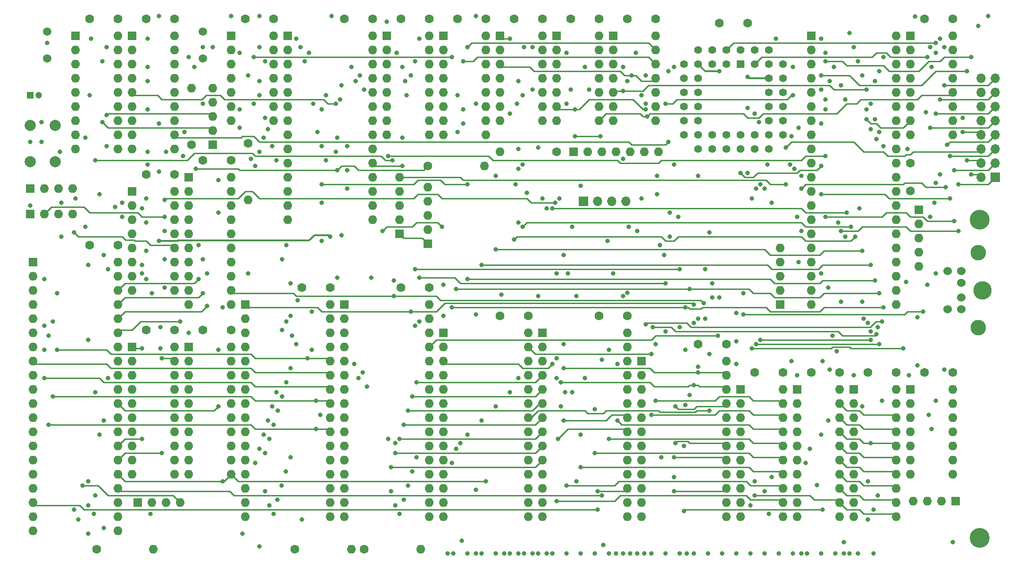
<source format=gbr>
G04 #@! TF.GenerationSoftware,KiCad,Pcbnew,(5.1.8)-1*
G04 #@! TF.CreationDate,2024-05-03T12:08:33-06:00*
G04 #@! TF.ProjectId,8088 PCB,38303838-2050-4434-922e-6b696361645f,rev?*
G04 #@! TF.SameCoordinates,Original*
G04 #@! TF.FileFunction,Copper,L2,Inr*
G04 #@! TF.FilePolarity,Positive*
%FSLAX46Y46*%
G04 Gerber Fmt 4.6, Leading zero omitted, Abs format (unit mm)*
G04 Created by KiCad (PCBNEW (5.1.8)-1) date 2024-05-03 12:08:33*
%MOMM*%
%LPD*%
G01*
G04 APERTURE LIST*
G04 #@! TA.AperFunction,ComponentPad*
%ADD10O,1.600000X1.600000*%
G04 #@! TD*
G04 #@! TA.AperFunction,ComponentPad*
%ADD11R,1.600000X1.600000*%
G04 #@! TD*
G04 #@! TA.AperFunction,ComponentPad*
%ADD12O,1.700000X1.700000*%
G04 #@! TD*
G04 #@! TA.AperFunction,ComponentPad*
%ADD13R,1.700000X1.700000*%
G04 #@! TD*
G04 #@! TA.AperFunction,ComponentPad*
%ADD14C,1.600000*%
G04 #@! TD*
G04 #@! TA.AperFunction,ComponentPad*
%ADD15C,1.500000*%
G04 #@! TD*
G04 #@! TA.AperFunction,ComponentPad*
%ADD16C,1.422400*%
G04 #@! TD*
G04 #@! TA.AperFunction,ComponentPad*
%ADD17R,1.422400X1.422400*%
G04 #@! TD*
G04 #@! TA.AperFunction,ComponentPad*
%ADD18C,2.000000*%
G04 #@! TD*
G04 #@! TA.AperFunction,ComponentPad*
%ADD19C,1.200000*%
G04 #@! TD*
G04 #@! TA.AperFunction,ComponentPad*
%ADD20R,1.200000X1.200000*%
G04 #@! TD*
G04 #@! TA.AperFunction,ComponentPad*
%ADD21C,3.556000*%
G04 #@! TD*
G04 #@! TA.AperFunction,ComponentPad*
%ADD22C,2.794000*%
G04 #@! TD*
G04 #@! TA.AperFunction,ComponentPad*
%ADD23C,3.302000*%
G04 #@! TD*
G04 #@! TA.AperFunction,ComponentPad*
%ADD24C,1.524000*%
G04 #@! TD*
G04 #@! TA.AperFunction,ViaPad*
%ADD25C,0.800000*%
G04 #@! TD*
G04 #@! TA.AperFunction,Conductor*
%ADD26C,0.250000*%
G04 #@! TD*
G04 #@! TA.AperFunction,Conductor*
%ADD27C,0.330200*%
G04 #@! TD*
G04 APERTURE END LIST*
D10*
G04 #@! TO.N,/760_WR*
G04 #@! TO.C,R12*
X173228000Y-64008000D03*
G04 #@! TO.N,/AEN*
X170688000Y-64008000D03*
G04 #@! TO.N,/CH_CK_*
X168148000Y-64008000D03*
G04 #@! TO.N,/EOP*
X165608000Y-64008000D03*
G04 #@! TO.N,/CS_61_RD*
X163068000Y-64008000D03*
G04 #@! TO.N,/CS_61_WR*
X160528000Y-64008000D03*
D11*
G04 #@! TO.N,/5+*
X157988000Y-64008000D03*
G04 #@! TD*
D10*
G04 #@! TO.N,/00_CS*
G04 #@! TO.C,R8*
X131826000Y-70358000D03*
G04 #@! TO.N,/20_CS*
X131826000Y-72898000D03*
G04 #@! TO.N,/40_CS*
X131826000Y-75438000D03*
G04 #@! TO.N,/RDY1*
X131826000Y-77978000D03*
D11*
G04 #@! TO.N,/5+*
X131826000Y-80518000D03*
G04 #@! TD*
D10*
G04 #@! TO.N,/E0_CS*
G04 #@! TO.C,R10*
X126746000Y-68580000D03*
G04 #@! TO.N,/80_CS*
X126746000Y-71120000D03*
G04 #@! TO.N,/61_CS*
X126746000Y-73660000D03*
G04 #@! TO.N,/60_CS*
X126746000Y-76200000D03*
D11*
G04 #@! TO.N,/5+*
X126746000Y-78740000D03*
G04 #@! TD*
D12*
G04 #@! TO.N,/GND*
G04 #@! TO.C,J4*
X231140000Y-50800000D03*
G04 #@! TO.N,/D0*
X233680000Y-50800000D03*
G04 #@! TO.N,/GND*
X231140000Y-53340000D03*
G04 #@! TO.N,/D1*
X233680000Y-53340000D03*
G04 #@! TO.N,/5+*
X231140000Y-55880000D03*
G04 #@! TO.N,/D2*
X233680000Y-55880000D03*
G04 #@! TO.N,Net-(J4-Pad10)*
X231140000Y-58420000D03*
G04 #@! TO.N,/D3*
X233680000Y-58420000D03*
G04 #@! TO.N,/A2*
X231140000Y-60960000D03*
G04 #@! TO.N,/D4*
X233680000Y-60960000D03*
G04 #@! TO.N,/E0_CS*
X231140000Y-63500000D03*
G04 #@! TO.N,/D5*
X233680000Y-63500000D03*
G04 #@! TO.N,/IORD*
X231140000Y-66040000D03*
G04 #@! TO.N,/D6*
X233680000Y-66040000D03*
G04 #@! TO.N,/IOWR*
X231140000Y-68580000D03*
D13*
G04 #@! TO.N,/D7*
X233680000Y-68580000D03*
G04 #@! TD*
D10*
G04 #@! TO.N,/DRQ3*
G04 #@! TO.C,R17*
X195072000Y-81280000D03*
G04 #@! TO.N,/DRQ2*
X195072000Y-83820000D03*
G04 #@! TO.N,/DRQ1*
X195072000Y-86360000D03*
G04 #@! TO.N,/DRQ0_*
X195072000Y-88900000D03*
D11*
G04 #@! TO.N,/GND*
X195072000Y-91440000D03*
G04 #@! TD*
D10*
G04 #@! TO.N,/DACK1*
G04 #@! TO.C,R16*
X219964000Y-84582000D03*
G04 #@! TO.N,/REFRQ*
X219964000Y-82042000D03*
G04 #@! TO.N,/DACK3*
X219964000Y-79502000D03*
G04 #@! TO.N,/DACK2*
X219964000Y-76962000D03*
D11*
G04 #@! TO.N,/5+*
X219964000Y-74422000D03*
G04 #@! TD*
D10*
G04 #@! TO.N,/NMI*
G04 #@! TO.C,R14*
X87376000Y-127000000D03*
G04 #@! TO.N,/DEN*
X84836000Y-127000000D03*
G04 #@! TO.N,/HOLD*
X82296000Y-127000000D03*
D11*
G04 #@! TO.N,/GND*
X79756000Y-127000000D03*
G04 #@! TD*
D10*
G04 #@! TO.N,/IORD*
G04 #@! TO.C,R2*
X68072000Y-70612000D03*
G04 #@! TO.N,/PU1*
X65532000Y-70612000D03*
G04 #@! TO.N,/RESET*
X62992000Y-70612000D03*
D11*
G04 #@! TO.N,/5+*
X60452000Y-70612000D03*
G04 #@! TD*
D10*
G04 #@! TO.N,/IOWR*
G04 #@! TO.C,R1*
X68072000Y-75184000D03*
G04 #@! TO.N,/MRD*
X65532000Y-75184000D03*
G04 #@! TO.N,/MWR*
X62992000Y-75184000D03*
D11*
G04 #@! TO.N,/5+*
X60452000Y-75184000D03*
G04 #@! TD*
D10*
G04 #@! TO.N,/X1*
G04 #@! TO.C,R18*
X93218000Y-52578000D03*
G04 #@! TO.N,/X2*
X93218000Y-55118000D03*
G04 #@! TO.N,/X1A*
X93218000Y-57658000D03*
G04 #@! TO.N,/X2A*
X93218000Y-60198000D03*
D11*
G04 #@! TO.N,/GND*
X93218000Y-62738000D03*
G04 #@! TD*
D10*
G04 #@! TO.N,/SPK_PIN*
G04 #@! TO.C,R13*
X144780000Y-64008000D03*
D14*
G04 #@! TO.N,/SPK_PIN_O*
X154940000Y-64008000D03*
G04 #@! TD*
D10*
G04 #@! TO.N,/CLK88_1*
G04 #@! TO.C,R11*
X141986000Y-66548000D03*
D14*
G04 #@! TO.N,/CLK*
X131826000Y-66548000D03*
G04 #@! TD*
D10*
G04 #@! TO.N,/CLK1*
G04 #@! TO.C,R9*
X82550000Y-135382000D03*
D14*
G04 #@! TO.N,/CLK_88*
X72390000Y-135382000D03*
G04 #@! TD*
D10*
G04 #@! TO.N,/CH_CK*
G04 #@! TO.C,R7*
X218948000Y-126746000D03*
G04 #@! TO.N,/T1*
X221488000Y-126746000D03*
G04 #@! TO.N,/T0*
X224028000Y-126746000D03*
D11*
G04 #@! TO.N,/5+*
X226568000Y-126746000D03*
G04 #@! TD*
D10*
G04 #@! TO.N,/OSC88*
G04 #@! TO.C,R6*
X118110000Y-135382000D03*
D14*
G04 #@! TO.N,/OSC*
X107950000Y-135382000D03*
G04 #@! TD*
D10*
G04 #@! TO.N,/OSC*
G04 #@! TO.C,R5*
X99568000Y-72644000D03*
D14*
G04 #@! TO.N,/OSC88HF*
X99568000Y-62484000D03*
G04 #@! TD*
D10*
G04 #@! TO.N,/PCLK*
G04 #@! TO.C,R4*
X89408000Y-52578000D03*
D14*
G04 #@! TO.N,/PCLK88*
X89408000Y-62738000D03*
G04 #@! TD*
D10*
G04 #@! TO.N,/CLK88*
G04 #@! TO.C,R3*
X130556000Y-135382000D03*
D14*
G04 #@! TO.N,/CLK*
X120396000Y-135382000D03*
G04 #@! TD*
D12*
G04 #@! TO.N,/5+*
G04 #@! TO.C,J3*
X167386000Y-72898000D03*
G04 #@! TO.N,/GND*
X164846000Y-72898000D03*
G04 #@! TO.N,Net-(J3-Pad2)*
X162306000Y-72898000D03*
D13*
G04 #@! TO.N,/SPK_PIN_O*
X159766000Y-72898000D03*
G04 #@! TD*
D14*
G04 #@! TO.N,/GND*
G04 #@! TO.C,C26*
X157560000Y-40132000D03*
G04 #@! TO.N,/5+*
X162560000Y-40132000D03*
G04 #@! TD*
G04 #@! TO.N,/GND*
G04 #@! TO.C,C25*
X147400000Y-40132000D03*
G04 #@! TO.N,/5+*
X152400000Y-40132000D03*
G04 #@! TD*
G04 #@! TO.N,/GND*
G04 #@! TO.C,C24*
X200740000Y-103632000D03*
G04 #@! TO.N,/5+*
X205740000Y-103632000D03*
G04 #@! TD*
G04 #@! TO.N,/GND*
G04 #@! TO.C,C23*
X210900000Y-103632000D03*
G04 #@! TO.N,/5+*
X215900000Y-103632000D03*
G04 #@! TD*
G04 #@! TO.N,/GND*
G04 #@! TO.C,C22*
X71200000Y-40132000D03*
G04 #@! TO.N,/5+*
X76200000Y-40132000D03*
G04 #@! TD*
G04 #@! TO.N,/GND*
G04 #@! TO.C,C21*
X167720000Y-40132000D03*
G04 #@! TO.N,/5+*
X172720000Y-40132000D03*
G04 #@! TD*
G04 #@! TO.N,/GND*
G04 #@! TO.C,C20*
X221060000Y-103632000D03*
G04 #@! TO.N,/5+*
X226060000Y-103632000D03*
G04 #@! TD*
G04 #@! TO.N,/GND*
G04 #@! TO.C,C19*
X184230000Y-40894000D03*
G04 #@! TO.N,/5+*
X189230000Y-40894000D03*
G04 #@! TD*
G04 #@! TO.N,/GND*
G04 #@! TO.C,C18*
X99140000Y-40132000D03*
G04 #@! TO.N,/5+*
X104140000Y-40132000D03*
G04 #@! TD*
G04 #@! TO.N,/GND*
G04 #@! TO.C,C17*
X81360000Y-40132000D03*
G04 #@! TO.N,/5+*
X86360000Y-40132000D03*
G04 #@! TD*
G04 #@! TO.N,/GND*
G04 #@! TO.C,C16*
X137240000Y-40132000D03*
G04 #@! TO.N,/5+*
X142240000Y-40132000D03*
G04 #@! TD*
G04 #@! TO.N,/GND*
G04 #@! TO.C,C15*
X144860000Y-93472000D03*
G04 #@! TO.N,/5+*
X149860000Y-93472000D03*
G04 #@! TD*
G04 #@! TO.N,/GND*
G04 #@! TO.C,C14*
X127080000Y-88392000D03*
G04 #@! TO.N,/5+*
X132080000Y-88392000D03*
G04 #@! TD*
G04 #@! TO.N,/GND*
G04 #@! TO.C,C13*
X109300000Y-88392000D03*
G04 #@! TO.N,/5+*
X114300000Y-88392000D03*
G04 #@! TD*
G04 #@! TO.N,/GND*
G04 #@! TO.C,C12*
X127080000Y-40132000D03*
G04 #@! TO.N,/5+*
X132080000Y-40132000D03*
G04 #@! TD*
G04 #@! TO.N,/GND*
G04 #@! TO.C,C11*
X190580000Y-103632000D03*
G04 #@! TO.N,/5+*
X195580000Y-103632000D03*
G04 #@! TD*
G04 #@! TO.N,/GND*
G04 #@! TO.C,C10*
X218440000Y-71040000D03*
G04 #@! TO.N,/5+*
X218440000Y-66040000D03*
G04 #@! TD*
G04 #@! TO.N,/GND*
G04 #@! TO.C,C9*
X116920000Y-40132000D03*
G04 #@! TO.N,/5+*
X121920000Y-40132000D03*
G04 #@! TD*
G04 #@! TO.N,/GND*
G04 #@! TO.C,C8*
X81360000Y-68072000D03*
G04 #@! TO.N,/5+*
X86360000Y-68072000D03*
G04 #@! TD*
G04 #@! TO.N,/GND*
G04 #@! TO.C,C7*
X221060000Y-40132000D03*
G04 #@! TO.N,/5+*
X226060000Y-40132000D03*
G04 #@! TD*
G04 #@! TO.N,/GND*
G04 #@! TO.C,C6*
X162640000Y-93472000D03*
G04 #@! TO.N,/5+*
X167640000Y-93472000D03*
G04 #@! TD*
G04 #@! TO.N,/GND*
G04 #@! TO.C,C5*
X180420000Y-98552000D03*
G04 #@! TO.N,/5+*
X185420000Y-98552000D03*
G04 #@! TD*
G04 #@! TO.N,/GND*
G04 #@! TO.C,C4*
X81360000Y-96012000D03*
G04 #@! TO.N,/5+*
X86360000Y-96012000D03*
G04 #@! TD*
G04 #@! TO.N,/GND*
G04 #@! TO.C,C3*
X91520000Y-65532000D03*
G04 #@! TO.N,/5+*
X96520000Y-65532000D03*
G04 #@! TD*
G04 #@! TO.N,/GND*
G04 #@! TO.C,C2*
X91520000Y-96012000D03*
G04 #@! TO.N,/5+*
X96520000Y-96012000D03*
G04 #@! TD*
G04 #@! TO.N,/GND*
G04 #@! TO.C,C1*
X71200000Y-80772000D03*
G04 #@! TO.N,/5+*
X76200000Y-80772000D03*
G04 #@! TD*
D15*
G04 #@! TO.N,/X1A*
G04 #@! TO.C,Y2*
X63500000Y-42418000D03*
G04 #@! TO.N,/X2A*
X63500000Y-47318000D03*
G04 #@! TD*
G04 #@! TO.N,/X1*
G04 #@! TO.C,Y1*
X91440000Y-42418000D03*
G04 #@! TO.N,/X2*
X91440000Y-47318000D03*
G04 #@! TD*
D10*
G04 #@! TO.N,/5+*
G04 #@! TO.C,U26*
X162560000Y-43180000D03*
G04 #@! TO.N,/GND*
X154940000Y-58420000D03*
G04 #@! TO.N,N/C*
X162560000Y-45720000D03*
G04 #@! TO.N,/CS_61_RD*
X154940000Y-55880000D03*
G04 #@! TO.N,N/C*
X162560000Y-48260000D03*
G04 #@! TO.N,/IORD*
X154940000Y-53340000D03*
G04 #@! TO.N,N/C*
X162560000Y-50800000D03*
G04 #@! TO.N,/61_CS*
X154940000Y-50800000D03*
G04 #@! TO.N,/80_CS*
X162560000Y-53340000D03*
G04 #@! TO.N,/CS_61_WR*
X154940000Y-48260000D03*
G04 #@! TO.N,/IOWR*
X162560000Y-55880000D03*
X154940000Y-45720000D03*
G04 #@! TO.N,/760_WR*
X162560000Y-58420000D03*
D11*
G04 #@! TO.N,/61_CS*
X154940000Y-43180000D03*
G04 #@! TD*
D10*
G04 #@! TO.N,/5+*
G04 #@! TO.C,U25*
X152400000Y-43180000D03*
G04 #@! TO.N,/GND*
X144780000Y-58420000D03*
G04 #@! TO.N,N/C*
X152400000Y-45720000D03*
G04 #@! TO.N,/SPK_PIN*
X144780000Y-55880000D03*
G04 #@! TO.N,N/C*
X152400000Y-48260000D03*
G04 #@! TO.N,/SPK_OUT*
X144780000Y-53340000D03*
G04 #@! TO.N,N/C*
X152400000Y-50800000D03*
G04 #@! TO.N,/SPK_EN*
X144780000Y-50800000D03*
G04 #@! TO.N,N/C*
X152400000Y-53340000D03*
G04 #@! TO.N,/CH_CK_*
X144780000Y-48260000D03*
G04 #@! TO.N,N/C*
X152400000Y-55880000D03*
G04 #@! TO.N,/CH_CK*
X144780000Y-45720000D03*
G04 #@! TO.N,N/C*
X152400000Y-58420000D03*
D11*
G04 #@! TO.N,/NMI_EN*
X144780000Y-43180000D03*
G04 #@! TD*
D10*
G04 #@! TO.N,/5+*
G04 #@! TO.C,U24*
X205740000Y-106680000D03*
G04 #@! TO.N,/GND*
X198120000Y-129540000D03*
G04 #@! TO.N,/PORT_61_7*
X205740000Y-109220000D03*
G04 #@! TO.N,/D0*
X198120000Y-127000000D03*
G04 #@! TO.N,/PORT_61_6*
X205740000Y-111760000D03*
G04 #@! TO.N,/D1*
X198120000Y-124460000D03*
G04 #@! TO.N,/NMI_EN*
X205740000Y-114300000D03*
G04 #@! TO.N,/D2*
X198120000Y-121920000D03*
G04 #@! TO.N,/PORT_61_4*
X205740000Y-116840000D03*
G04 #@! TO.N,/D3*
X198120000Y-119380000D03*
G04 #@! TO.N,/PORT_61_3*
X205740000Y-119380000D03*
G04 #@! TO.N,/D4*
X198120000Y-116840000D03*
G04 #@! TO.N,/PORT_61_2*
X205740000Y-121920000D03*
G04 #@! TO.N,/D5*
X198120000Y-114300000D03*
G04 #@! TO.N,/SPK_EN*
X205740000Y-124460000D03*
G04 #@! TO.N,/D6*
X198120000Y-111760000D03*
G04 #@! TO.N,/SPK_GO*
X205740000Y-127000000D03*
G04 #@! TO.N,/D7*
X198120000Y-109220000D03*
G04 #@! TO.N,/CS_61_WR_*
X205740000Y-129540000D03*
D11*
G04 #@! TO.N,/GND*
X198120000Y-106680000D03*
G04 #@! TD*
D10*
G04 #@! TO.N,/5+*
G04 #@! TO.C,U23*
X215900000Y-106680000D03*
G04 #@! TO.N,/GND*
X208280000Y-129540000D03*
G04 #@! TO.N,/CS_61_RD*
X215900000Y-109220000D03*
G04 #@! TO.N,/D0*
X208280000Y-127000000D03*
G04 #@! TO.N,/PORT_61_7*
X215900000Y-111760000D03*
G04 #@! TO.N,/D1*
X208280000Y-124460000D03*
G04 #@! TO.N,/PORT_61_6*
X215900000Y-114300000D03*
G04 #@! TO.N,/D2*
X208280000Y-121920000D03*
G04 #@! TO.N,/NMI_EN*
X215900000Y-116840000D03*
G04 #@! TO.N,/D3*
X208280000Y-119380000D03*
G04 #@! TO.N,/PORT_61_4*
X215900000Y-119380000D03*
G04 #@! TO.N,/D4*
X208280000Y-116840000D03*
G04 #@! TO.N,/PORT_61_3*
X215900000Y-121920000D03*
G04 #@! TO.N,/D5*
X208280000Y-114300000D03*
G04 #@! TO.N,/PORT_61_2*
X215900000Y-124460000D03*
G04 #@! TO.N,/D6*
X208280000Y-111760000D03*
G04 #@! TO.N,/SPK_EN*
X215900000Y-127000000D03*
G04 #@! TO.N,/D7*
X208280000Y-109220000D03*
G04 #@! TO.N,/SPK_GO*
X215900000Y-129540000D03*
D11*
G04 #@! TO.N,/GND*
X208280000Y-106680000D03*
G04 #@! TD*
D10*
G04 #@! TO.N,/5+*
G04 #@! TO.C,U22*
X76200000Y-43180000D03*
G04 #@! TO.N,/GND*
X68580000Y-63500000D03*
G04 #@! TO.N,/X1A*
X76200000Y-45720000D03*
G04 #@! TO.N,/CLK1*
X68580000Y-60960000D03*
G04 #@! TO.N,/X2A*
X76200000Y-48260000D03*
G04 #@! TO.N,/5+*
X68580000Y-58420000D03*
G04 #@! TO.N,/GND*
X76200000Y-50800000D03*
X68580000Y-55880000D03*
G04 #@! TO.N,Net-(U22-Pad14)*
X76200000Y-53340000D03*
G04 #@! TO.N,/READY1*
X68580000Y-53340000D03*
G04 #@! TO.N,/GND*
X76200000Y-55880000D03*
G04 #@! TO.N,/RDY1*
X68580000Y-50800000D03*
G04 #@! TO.N,Net-(U22-Pad12)*
X76200000Y-58420000D03*
G04 #@! TO.N,/GND*
X68580000Y-48260000D03*
G04 #@! TO.N,/RESET*
X76200000Y-60960000D03*
G04 #@! TO.N,Net-(U22-Pad2)*
X68580000Y-45720000D03*
G04 #@! TO.N,/RESET1*
X76200000Y-63500000D03*
D11*
G04 #@! TO.N,/GND*
X68580000Y-43180000D03*
G04 #@! TD*
D10*
G04 #@! TO.N,/5+*
G04 #@! TO.C,U21*
X172720000Y-43180000D03*
G04 #@! TO.N,/GND*
X165100000Y-58420000D03*
G04 #@! TO.N,/IOM*
X172720000Y-45720000D03*
G04 #@! TO.N,/TC*
X165100000Y-55880000D03*
G04 #@! TO.N,/IOM_*
X172720000Y-48260000D03*
G04 #@! TO.N,/EOP*
X165100000Y-53340000D03*
G04 #@! TO.N,/CH_CK_*
X172720000Y-50800000D03*
G04 #@! TO.N,/AEN_OE*
X165100000Y-50800000D03*
G04 #@! TO.N,/NMI*
X172720000Y-53340000D03*
G04 #@! TO.N,/AEN*
X165100000Y-48260000D03*
G04 #@! TO.N,/CS_61_WR*
X172720000Y-55880000D03*
G04 #@! TO.N,/KBD_CLK_INVERTED*
X165100000Y-45720000D03*
G04 #@! TO.N,/CS_61_WR_*
X172720000Y-58420000D03*
D11*
G04 #@! TO.N,/KBD_CLK*
X165100000Y-43180000D03*
G04 #@! TD*
D10*
G04 #@! TO.N,/5+*
G04 #@! TO.C,U20*
X226060000Y-106680000D03*
G04 #@! TO.N,/GND*
X218440000Y-121920000D03*
G04 #@! TO.N,N/C*
X226060000Y-109220000D03*
X218440000Y-119380000D03*
X226060000Y-111760000D03*
X218440000Y-116840000D03*
X226060000Y-114300000D03*
G04 #@! TO.N,/T1*
X218440000Y-114300000D03*
G04 #@! TO.N,N/C*
X226060000Y-116840000D03*
G04 #@! TO.N,/KBD_DATA*
X218440000Y-111760000D03*
G04 #@! TO.N,N/C*
X226060000Y-119380000D03*
G04 #@! TO.N,/T0*
X218440000Y-109220000D03*
G04 #@! TO.N,N/C*
X226060000Y-121920000D03*
D11*
G04 #@! TO.N,/KBD_CLK_INVERTED*
X218440000Y-106680000D03*
G04 #@! TD*
D16*
G04 #@! TO.N,/IRQ1*
G04 #@! TO.C,U19*
X195580000Y-48260000D03*
G04 #@! TO.N,Net-(U19-Pad37)*
X195580000Y-50800000D03*
G04 #@! TO.N,Net-(U19-Pad35)*
X195580000Y-53340000D03*
G04 #@! TO.N,Net-(U19-Pad33)*
X195580000Y-55880000D03*
G04 #@! TO.N,Net-(U19-Pad31)*
X195580000Y-58420000D03*
G04 #@! TO.N,Net-(U19-Pad40)*
X193040000Y-45720000D03*
G04 #@! TO.N,/5+*
X193040000Y-50800000D03*
G04 #@! TO.N,Net-(U19-Pad36)*
X193040000Y-53340000D03*
G04 #@! TO.N,Net-(U19-Pad34)*
X193040000Y-55880000D03*
G04 #@! TO.N,Net-(U19-Pad32)*
X193040000Y-58420000D03*
G04 #@! TO.N,Net-(U19-Pad30)*
X193040000Y-60960000D03*
G04 #@! TO.N,Net-(U19-Pad28)*
X193040000Y-63500000D03*
G04 #@! TO.N,Net-(U19-Pad26)*
X190500000Y-63500000D03*
G04 #@! TO.N,Net-(U19-Pad24)*
X187960000Y-63500000D03*
G04 #@! TO.N,/GND*
X185420000Y-63500000D03*
G04 #@! TO.N,/D6*
X182880000Y-63500000D03*
G04 #@! TO.N,/D4*
X180340000Y-63500000D03*
G04 #@! TO.N,Net-(U19-Pad29)*
X195580000Y-60960000D03*
G04 #@! TO.N,Net-(U19-Pad27)*
X190500000Y-60960000D03*
G04 #@! TO.N,Net-(U19-Pad25)*
X187960000Y-60960000D03*
G04 #@! TO.N,Net-(U19-Pad23)*
X185420000Y-60960000D03*
G04 #@! TO.N,/D7*
X182880000Y-60960000D03*
G04 #@! TO.N,/D5*
X180340000Y-60960000D03*
G04 #@! TO.N,/D3*
X177800000Y-60960000D03*
G04 #@! TO.N,/D1*
X177800000Y-58420000D03*
G04 #@! TO.N,Net-(U19-Pad13)*
X177800000Y-55880000D03*
G04 #@! TO.N,/IOWR*
X177800000Y-53340000D03*
G04 #@! TO.N,/IORD*
X177800000Y-50800000D03*
G04 #@! TO.N,/60_CS*
X177800000Y-48260000D03*
G04 #@! TO.N,/D2*
X180340000Y-58420000D03*
G04 #@! TO.N,/D0*
X180340000Y-55880000D03*
G04 #@! TO.N,Net-(U19-Pad12)*
X180340000Y-53340000D03*
G04 #@! TO.N,/A2*
X180340000Y-50800000D03*
G04 #@! TO.N,/GND*
X180340000Y-48260000D03*
G04 #@! TO.N,/KBD_DATA*
X190500000Y-45720000D03*
G04 #@! TO.N,/5+*
X187960000Y-45720000D03*
G04 #@! TO.N,Net-(U19-Pad6)*
X180340000Y-45720000D03*
G04 #@! TO.N,Net-(U19-Pad4)*
X182880000Y-45720000D03*
G04 #@! TO.N,/T0*
X185420000Y-45720000D03*
G04 #@! TO.N,/KBD_CLK*
X193040000Y-48260000D03*
G04 #@! TO.N,/T1*
X190500000Y-48260000D03*
G04 #@! TO.N,/RESET*
X182880000Y-48260000D03*
G04 #@! TO.N,/HF_OSC*
X185420000Y-48260000D03*
D17*
G04 #@! TO.N,Net-(U19-Pad1)*
X187960000Y-48260000D03*
G04 #@! TD*
D10*
G04 #@! TO.N,/5+*
G04 #@! TO.C,U18*
X104140000Y-43180000D03*
G04 #@! TO.N,/GND*
X96520000Y-58420000D03*
G04 #@! TO.N,/5+*
X104140000Y-45720000D03*
G04 #@! TO.N,/FB2*
X96520000Y-55880000D03*
G04 #@! TO.N,/FB1*
X104140000Y-48260000D03*
G04 #@! TO.N,/HF_PCLK*
X96520000Y-53340000D03*
G04 #@! TO.N,/OSC88HF*
X104140000Y-50800000D03*
G04 #@! TO.N,/5+*
X96520000Y-50800000D03*
X104140000Y-53340000D03*
G04 #@! TO.N,/PCLK88*
X96520000Y-48260000D03*
G04 #@! TO.N,/HF_OSC*
X104140000Y-55880000D03*
G04 #@! TO.N,/FB2*
X96520000Y-45720000D03*
G04 #@! TO.N,/FB1*
X104140000Y-58420000D03*
D11*
G04 #@! TO.N,/5+*
X96520000Y-43180000D03*
G04 #@! TD*
D10*
G04 #@! TO.N,/5+*
G04 #@! TO.C,U17*
X86360000Y-43180000D03*
G04 #@! TO.N,/GND*
X78740000Y-63500000D03*
G04 #@! TO.N,/X1*
X86360000Y-45720000D03*
G04 #@! TO.N,/CLK*
X78740000Y-60960000D03*
G04 #@! TO.N,/X2*
X86360000Y-48260000D03*
G04 #@! TO.N,/5+*
X78740000Y-58420000D03*
G04 #@! TO.N,/GND*
X86360000Y-50800000D03*
X78740000Y-55880000D03*
G04 #@! TO.N,Net-(U17-Pad14)*
X86360000Y-53340000D03*
G04 #@! TO.N,/READY*
X78740000Y-53340000D03*
G04 #@! TO.N,/GND*
X86360000Y-55880000D03*
G04 #@! TO.N,/RDY1*
X78740000Y-50800000D03*
G04 #@! TO.N,/OSC*
X86360000Y-58420000D03*
G04 #@! TO.N,/GND*
X78740000Y-48260000D03*
G04 #@! TO.N,/RESET*
X86360000Y-60960000D03*
G04 #@! TO.N,/PCLK*
X78740000Y-45720000D03*
G04 #@! TO.N,/RESOUT*
X86360000Y-63500000D03*
D11*
G04 #@! TO.N,/GND*
X78740000Y-43180000D03*
G04 #@! TD*
D10*
G04 #@! TO.N,/5+*
G04 #@! TO.C,U16*
X142240000Y-43180000D03*
G04 #@! TO.N,/GND*
X134620000Y-60960000D03*
G04 #@! TO.N,Net-(U16-Pad15)*
X142240000Y-45720000D03*
G04 #@! TO.N,/CS_ROM*
X134620000Y-58420000D03*
G04 #@! TO.N,Net-(U16-Pad14)*
X142240000Y-48260000D03*
G04 #@! TO.N,/5+*
X134620000Y-55880000D03*
G04 #@! TO.N,Net-(U16-Pad13)*
X142240000Y-50800000D03*
G04 #@! TO.N,/GND*
X134620000Y-53340000D03*
G04 #@! TO.N,Net-(U16-Pad12)*
X142240000Y-53340000D03*
G04 #@! TO.N,/UPPER_512K*
X134620000Y-50800000D03*
G04 #@! TO.N,Net-(U16-Pad11)*
X142240000Y-55880000D03*
G04 #@! TO.N,/A18*
X134620000Y-48260000D03*
G04 #@! TO.N,Net-(U16-Pad10)*
X142240000Y-58420000D03*
G04 #@! TO.N,/A17*
X134620000Y-45720000D03*
G04 #@! TO.N,Net-(U16-Pad9)*
X142240000Y-60960000D03*
D11*
G04 #@! TO.N,/A16*
X134620000Y-43180000D03*
G04 #@! TD*
D10*
G04 #@! TO.N,/5+*
G04 #@! TO.C,U15*
X149860000Y-96520000D03*
G04 #@! TO.N,/GND*
X134620000Y-129540000D03*
G04 #@! TO.N,/A14*
X149860000Y-99060000D03*
G04 #@! TO.N,/D2*
X134620000Y-127000000D03*
G04 #@! TO.N,/A13*
X149860000Y-101600000D03*
G04 #@! TO.N,/D1*
X134620000Y-124460000D03*
G04 #@! TO.N,/A8*
X149860000Y-104140000D03*
G04 #@! TO.N,/D0*
X134620000Y-121920000D03*
G04 #@! TO.N,/A9*
X149860000Y-106680000D03*
G04 #@! TO.N,/A0*
X134620000Y-119380000D03*
G04 #@! TO.N,/A11*
X149860000Y-109220000D03*
G04 #@! TO.N,/A1*
X134620000Y-116840000D03*
G04 #@! TO.N,/MRD*
X149860000Y-111760000D03*
G04 #@! TO.N,/A2*
X134620000Y-114300000D03*
G04 #@! TO.N,/A10*
X149860000Y-114300000D03*
G04 #@! TO.N,/A3*
X134620000Y-111760000D03*
G04 #@! TO.N,/CS_ROM*
X149860000Y-116840000D03*
G04 #@! TO.N,/A4*
X134620000Y-109220000D03*
G04 #@! TO.N,/D7*
X149860000Y-119380000D03*
G04 #@! TO.N,/A5*
X134620000Y-106680000D03*
G04 #@! TO.N,/D6*
X149860000Y-121920000D03*
G04 #@! TO.N,/A6*
X134620000Y-104140000D03*
G04 #@! TO.N,/D5*
X149860000Y-124460000D03*
G04 #@! TO.N,/A7*
X134620000Y-101600000D03*
G04 #@! TO.N,/D4*
X149860000Y-127000000D03*
G04 #@! TO.N,/A12*
X134620000Y-99060000D03*
G04 #@! TO.N,/D3*
X149860000Y-129540000D03*
D11*
G04 #@! TO.N,/A15*
X134620000Y-96520000D03*
G04 #@! TD*
D10*
G04 #@! TO.N,/5+*
G04 #@! TO.C,U14*
X132080000Y-91440000D03*
G04 #@! TO.N,/GND*
X116840000Y-129540000D03*
G04 #@! TO.N,/A15*
X132080000Y-93980000D03*
G04 #@! TO.N,/D2*
X116840000Y-127000000D03*
G04 #@! TO.N,/5+*
X132080000Y-96520000D03*
G04 #@! TO.N,/D1*
X116840000Y-124460000D03*
G04 #@! TO.N,/MWR*
X132080000Y-99060000D03*
G04 #@! TO.N,/D0*
X116840000Y-121920000D03*
G04 #@! TO.N,/A13*
X132080000Y-101600000D03*
G04 #@! TO.N,/A0*
X116840000Y-119380000D03*
G04 #@! TO.N,/A8*
X132080000Y-104140000D03*
G04 #@! TO.N,/A1*
X116840000Y-116840000D03*
G04 #@! TO.N,/A9*
X132080000Y-106680000D03*
G04 #@! TO.N,/A2*
X116840000Y-114300000D03*
G04 #@! TO.N,/A11*
X132080000Y-109220000D03*
G04 #@! TO.N,/A3*
X116840000Y-111760000D03*
G04 #@! TO.N,/MRD*
X132080000Y-111760000D03*
G04 #@! TO.N,/A4*
X116840000Y-109220000D03*
G04 #@! TO.N,/A10*
X132080000Y-114300000D03*
G04 #@! TO.N,/A5*
X116840000Y-106680000D03*
G04 #@! TO.N,/CS_128K*
X132080000Y-116840000D03*
G04 #@! TO.N,/A6*
X116840000Y-104140000D03*
G04 #@! TO.N,/D7*
X132080000Y-119380000D03*
G04 #@! TO.N,/A7*
X116840000Y-101600000D03*
G04 #@! TO.N,/D6*
X132080000Y-121920000D03*
G04 #@! TO.N,/A12*
X116840000Y-99060000D03*
G04 #@! TO.N,/D5*
X132080000Y-124460000D03*
G04 #@! TO.N,/A14*
X116840000Y-96520000D03*
G04 #@! TO.N,/D4*
X132080000Y-127000000D03*
G04 #@! TO.N,/A16*
X116840000Y-93980000D03*
G04 #@! TO.N,/D3*
X132080000Y-129540000D03*
D11*
G04 #@! TO.N,Net-(U14-Pad1)*
X116840000Y-91440000D03*
G04 #@! TD*
D10*
G04 #@! TO.N,/5+*
G04 #@! TO.C,U13*
X114300000Y-91440000D03*
G04 #@! TO.N,/GND*
X99060000Y-129540000D03*
G04 #@! TO.N,/A15*
X114300000Y-93980000D03*
G04 #@! TO.N,/D2*
X99060000Y-127000000D03*
G04 #@! TO.N,/A17*
X114300000Y-96520000D03*
G04 #@! TO.N,/D1*
X99060000Y-124460000D03*
G04 #@! TO.N,/MWR*
X114300000Y-99060000D03*
G04 #@! TO.N,/D0*
X99060000Y-121920000D03*
G04 #@! TO.N,/A13*
X114300000Y-101600000D03*
G04 #@! TO.N,/A0*
X99060000Y-119380000D03*
G04 #@! TO.N,/A8*
X114300000Y-104140000D03*
G04 #@! TO.N,/A1*
X99060000Y-116840000D03*
G04 #@! TO.N,/A9*
X114300000Y-106680000D03*
G04 #@! TO.N,/A2*
X99060000Y-114300000D03*
G04 #@! TO.N,/A11*
X114300000Y-109220000D03*
G04 #@! TO.N,/A3*
X99060000Y-111760000D03*
G04 #@! TO.N,/MRD*
X114300000Y-111760000D03*
G04 #@! TO.N,/A4*
X99060000Y-109220000D03*
G04 #@! TO.N,/A10*
X114300000Y-114300000D03*
G04 #@! TO.N,/A5*
X99060000Y-106680000D03*
G04 #@! TO.N,/CS_512K*
X114300000Y-116840000D03*
G04 #@! TO.N,/A6*
X99060000Y-104140000D03*
G04 #@! TO.N,/D7*
X114300000Y-119380000D03*
G04 #@! TO.N,/A7*
X99060000Y-101600000D03*
G04 #@! TO.N,/D6*
X114300000Y-121920000D03*
G04 #@! TO.N,/A12*
X99060000Y-99060000D03*
G04 #@! TO.N,/D5*
X114300000Y-124460000D03*
G04 #@! TO.N,/A14*
X99060000Y-96520000D03*
G04 #@! TO.N,/D4*
X114300000Y-127000000D03*
G04 #@! TO.N,/A16*
X99060000Y-93980000D03*
G04 #@! TO.N,/D3*
X114300000Y-129540000D03*
D11*
G04 #@! TO.N,/A18*
X99060000Y-91440000D03*
G04 #@! TD*
D10*
G04 #@! TO.N,/5+*
G04 #@! TO.C,U12*
X132080000Y-43180000D03*
G04 #@! TO.N,/GND*
X124460000Y-60960000D03*
G04 #@! TO.N,/UPPER_512K*
X132080000Y-45720000D03*
G04 #@! TO.N,Net-(U12-Pad7)*
X124460000Y-58420000D03*
G04 #@! TO.N,/A17*
X132080000Y-48260000D03*
G04 #@! TO.N,Net-(U12-Pad6)*
X124460000Y-55880000D03*
G04 #@! TO.N,/A18*
X132080000Y-50800000D03*
G04 #@! TO.N,/UPPER_512K*
X124460000Y-53340000D03*
G04 #@! TO.N,/CS_128K*
X132080000Y-53340000D03*
G04 #@! TO.N,/CS_512K*
X124460000Y-50800000D03*
G04 #@! TO.N,Net-(U12-Pad11)*
X132080000Y-55880000D03*
G04 #@! TO.N,/GND*
X124460000Y-48260000D03*
G04 #@! TO.N,Net-(U12-Pad10)*
X132080000Y-58420000D03*
G04 #@! TO.N,/A19*
X124460000Y-45720000D03*
G04 #@! TO.N,Net-(U12-Pad9)*
X132080000Y-60960000D03*
D11*
G04 #@! TO.N,/GND*
X124460000Y-43180000D03*
G04 #@! TD*
D10*
G04 #@! TO.N,/5+*
G04 #@! TO.C,U11*
X195580000Y-106680000D03*
G04 #@! TO.N,/GND*
X187960000Y-129540000D03*
G04 #@! TO.N,/A15*
X195580000Y-109220000D03*
G04 #@! TO.N,/D0*
X187960000Y-127000000D03*
G04 #@! TO.N,/A14*
X195580000Y-111760000D03*
G04 #@! TO.N,/D1*
X187960000Y-124460000D03*
G04 #@! TO.N,/A13*
X195580000Y-114300000D03*
G04 #@! TO.N,/D2*
X187960000Y-121920000D03*
G04 #@! TO.N,/A12*
X195580000Y-116840000D03*
G04 #@! TO.N,/D3*
X187960000Y-119380000D03*
G04 #@! TO.N,/A11*
X195580000Y-119380000D03*
G04 #@! TO.N,/D4*
X187960000Y-116840000D03*
G04 #@! TO.N,/A10*
X195580000Y-121920000D03*
G04 #@! TO.N,/D5*
X187960000Y-114300000D03*
G04 #@! TO.N,/A9*
X195580000Y-124460000D03*
G04 #@! TO.N,/D6*
X187960000Y-111760000D03*
G04 #@! TO.N,/A8*
X195580000Y-127000000D03*
G04 #@! TO.N,/D7*
X187960000Y-109220000D03*
G04 #@! TO.N,/ADSTB*
X195580000Y-129540000D03*
D11*
G04 #@! TO.N,/AEN_OE*
X187960000Y-106680000D03*
G04 #@! TD*
D10*
G04 #@! TO.N,/A7*
G04 #@! TO.C,U10*
X215900000Y-43180000D03*
G04 #@! TO.N,/GND*
X200660000Y-91440000D03*
G04 #@! TO.N,/A6*
X215900000Y-45720000D03*
G04 #@! TO.N,/DRQ0_*
X200660000Y-88900000D03*
G04 #@! TO.N,/A5*
X215900000Y-48260000D03*
G04 #@! TO.N,/DRQ1*
X200660000Y-86360000D03*
G04 #@! TO.N,/A4*
X215900000Y-50800000D03*
G04 #@! TO.N,/DRQ2*
X200660000Y-83820000D03*
G04 #@! TO.N,/EOP*
X215900000Y-53340000D03*
G04 #@! TO.N,/DRQ3*
X200660000Y-81280000D03*
G04 #@! TO.N,/A3*
X215900000Y-55880000D03*
G04 #@! TO.N,/DACK3*
X200660000Y-78740000D03*
G04 #@! TO.N,/A2*
X215900000Y-58420000D03*
G04 #@! TO.N,/DACK2*
X200660000Y-76200000D03*
G04 #@! TO.N,/A1*
X215900000Y-60960000D03*
G04 #@! TO.N,/RESOUT*
X200660000Y-73660000D03*
G04 #@! TO.N,/A0*
X215900000Y-63500000D03*
G04 #@! TO.N,/CLK88_1*
X200660000Y-71120000D03*
G04 #@! TO.N,/5+*
X215900000Y-66040000D03*
G04 #@! TO.N,/00_CS*
X200660000Y-68580000D03*
G04 #@! TO.N,/D0*
X215900000Y-68580000D03*
G04 #@! TO.N,/HOLD*
X200660000Y-66040000D03*
G04 #@! TO.N,/D1*
X215900000Y-71120000D03*
G04 #@! TO.N,/AEN*
X200660000Y-63500000D03*
G04 #@! TO.N,/D2*
X215900000Y-73660000D03*
G04 #@! TO.N,/ADSTB*
X200660000Y-60960000D03*
G04 #@! TO.N,/D3*
X215900000Y-76200000D03*
G04 #@! TO.N,/HOLDA*
X200660000Y-58420000D03*
G04 #@! TO.N,/D4*
X215900000Y-78740000D03*
G04 #@! TO.N,/READY*
X200660000Y-55880000D03*
G04 #@! TO.N,/REFRQ*
X215900000Y-81280000D03*
G04 #@! TO.N,Net-(U10-Pad5)*
X200660000Y-53340000D03*
G04 #@! TO.N,/DACK1*
X215900000Y-83820000D03*
G04 #@! TO.N,/MWR*
X200660000Y-50800000D03*
G04 #@! TO.N,/D5*
X215900000Y-86360000D03*
G04 #@! TO.N,/MRD*
X200660000Y-48260000D03*
G04 #@! TO.N,/D6*
X215900000Y-88900000D03*
G04 #@! TO.N,/IOWR*
X200660000Y-45720000D03*
G04 #@! TO.N,/D7*
X215900000Y-91440000D03*
D11*
G04 #@! TO.N,/IORD*
X200660000Y-43180000D03*
G04 #@! TD*
D10*
G04 #@! TO.N,/5+*
G04 #@! TO.C,U9*
X121920000Y-43180000D03*
G04 #@! TO.N,/GND*
X106680000Y-76200000D03*
G04 #@! TO.N,/A14*
X121920000Y-45720000D03*
G04 #@! TO.N,/40_CS*
X106680000Y-73660000D03*
G04 #@! TO.N,/A13*
X121920000Y-48260000D03*
G04 #@! TO.N,/20_CS*
X106680000Y-71120000D03*
G04 #@! TO.N,/A8*
X121920000Y-50800000D03*
G04 #@! TO.N,/00_CS*
X106680000Y-68580000D03*
G04 #@! TO.N,/A9*
X121920000Y-53340000D03*
G04 #@! TO.N,/A0*
X106680000Y-66040000D03*
G04 #@! TO.N,/A11*
X121920000Y-55880000D03*
G04 #@! TO.N,/A1*
X106680000Y-63500000D03*
G04 #@! TO.N,/IOM_*
X121920000Y-58420000D03*
G04 #@! TO.N,/A2*
X106680000Y-60960000D03*
G04 #@! TO.N,/A10*
X121920000Y-60960000D03*
G04 #@! TO.N,/A3*
X106680000Y-58420000D03*
G04 #@! TO.N,/HOLDA*
X121920000Y-63500000D03*
G04 #@! TO.N,/A4*
X106680000Y-55880000D03*
G04 #@! TO.N,/E0_CS*
X121920000Y-66040000D03*
G04 #@! TO.N,/A5*
X106680000Y-53340000D03*
G04 #@! TO.N,Net-(U9-Pad18)*
X121920000Y-68580000D03*
G04 #@! TO.N,/A6*
X106680000Y-50800000D03*
G04 #@! TO.N,/80_CS*
X121920000Y-71120000D03*
G04 #@! TO.N,/A7*
X106680000Y-48260000D03*
G04 #@! TO.N,/61_CS*
X121920000Y-73660000D03*
G04 #@! TO.N,/A12*
X106680000Y-45720000D03*
G04 #@! TO.N,/60_CS*
X121920000Y-76200000D03*
D11*
G04 #@! TO.N,/A15*
X106680000Y-43180000D03*
G04 #@! TD*
D10*
G04 #@! TO.N,/5+*
G04 #@! TO.C,U8*
X86360000Y-71120000D03*
G04 #@! TO.N,/GND*
X78740000Y-88900000D03*
G04 #@! TO.N,/HOLDA*
X86360000Y-73660000D03*
G04 #@! TO.N,/IORD*
X78740000Y-86360000D03*
G04 #@! TO.N,/PU1*
X86360000Y-76200000D03*
G04 #@! TO.N,/RD*
X78740000Y-83820000D03*
G04 #@! TO.N,/WR*
X86360000Y-78740000D03*
G04 #@! TO.N,/PU1*
X78740000Y-81280000D03*
G04 #@! TO.N,/IOWR*
X86360000Y-81280000D03*
G04 #@! TO.N,/MRD*
X78740000Y-78740000D03*
G04 #@! TO.N,/WR*
X86360000Y-83820000D03*
G04 #@! TO.N,/PU1*
X78740000Y-76200000D03*
X86360000Y-86360000D03*
G04 #@! TO.N,/RD*
X78740000Y-73660000D03*
G04 #@! TO.N,/MWR*
X86360000Y-88900000D03*
D11*
G04 #@! TO.N,/IOM*
X78740000Y-71120000D03*
G04 #@! TD*
D10*
G04 #@! TO.N,/5+*
G04 #@! TO.C,U7*
X226060000Y-43180000D03*
G04 #@! TO.N,/GND*
X218440000Y-60960000D03*
G04 #@! TO.N,/D0*
X226060000Y-45720000D03*
G04 #@! TO.N,/A18*
X218440000Y-58420000D03*
G04 #@! TO.N,/A0*
X226060000Y-48260000D03*
G04 #@! TO.N,/A19*
X218440000Y-55880000D03*
G04 #@! TO.N,/A1*
X226060000Y-50800000D03*
G04 #@! TO.N,/DACK3*
X218440000Y-53340000D03*
G04 #@! TO.N,/760_WR*
X226060000Y-53340000D03*
G04 #@! TO.N,/DACK2*
X218440000Y-50800000D03*
G04 #@! TO.N,/AEN_OE*
X226060000Y-55880000D03*
G04 #@! TO.N,/D3*
X218440000Y-48260000D03*
G04 #@! TO.N,/A16*
X226060000Y-58420000D03*
G04 #@! TO.N,/D2*
X218440000Y-45720000D03*
G04 #@! TO.N,/A17*
X226060000Y-60960000D03*
D11*
G04 #@! TO.N,/D1*
X218440000Y-43180000D03*
G04 #@! TD*
D10*
G04 #@! TO.N,/5+*
G04 #@! TO.C,U6*
X167640000Y-96520000D03*
G04 #@! TO.N,/GND*
X152400000Y-129540000D03*
G04 #@! TO.N,/A0*
X167640000Y-99060000D03*
G04 #@! TO.N,Net-(U6-Pad13)*
X152400000Y-127000000D03*
G04 #@! TO.N,/INTA*
X167640000Y-101600000D03*
G04 #@! TO.N,Net-(U6-Pad12)*
X152400000Y-124460000D03*
G04 #@! TO.N,/IRQ7*
X167640000Y-104140000D03*
G04 #@! TO.N,/D0*
X152400000Y-121920000D03*
G04 #@! TO.N,/IRQ6*
X167640000Y-106680000D03*
G04 #@! TO.N,/D1*
X152400000Y-119380000D03*
G04 #@! TO.N,/IRQ5*
X167640000Y-109220000D03*
G04 #@! TO.N,/D2*
X152400000Y-116840000D03*
G04 #@! TO.N,/IRQ4*
X167640000Y-111760000D03*
G04 #@! TO.N,/D3*
X152400000Y-114300000D03*
G04 #@! TO.N,/IRQ3*
X167640000Y-114300000D03*
G04 #@! TO.N,/D4*
X152400000Y-111760000D03*
G04 #@! TO.N,/IRQ2*
X167640000Y-116840000D03*
G04 #@! TO.N,/D5*
X152400000Y-109220000D03*
G04 #@! TO.N,/IRQ1*
X167640000Y-119380000D03*
G04 #@! TO.N,/D6*
X152400000Y-106680000D03*
G04 #@! TO.N,/IRQ0*
X167640000Y-121920000D03*
G04 #@! TO.N,/D7*
X152400000Y-104140000D03*
G04 #@! TO.N,/INTR*
X167640000Y-124460000D03*
G04 #@! TO.N,/IORD*
X152400000Y-101600000D03*
G04 #@! TO.N,/5+*
X167640000Y-127000000D03*
G04 #@! TO.N,/IOWR*
X152400000Y-99060000D03*
G04 #@! TO.N,Net-(U6-Pad15)*
X167640000Y-129540000D03*
D11*
G04 #@! TO.N,/20_CS*
X152400000Y-96520000D03*
G04 #@! TD*
D10*
G04 #@! TO.N,/5+*
G04 #@! TO.C,U5*
X185420000Y-101600000D03*
G04 #@! TO.N,/GND*
X170180000Y-129540000D03*
G04 #@! TO.N,/IOWR*
X185420000Y-104140000D03*
G04 #@! TO.N,/5+*
X170180000Y-127000000D03*
G04 #@! TO.N,/IORD*
X185420000Y-106680000D03*
G04 #@! TO.N,/IRQ0*
X170180000Y-124460000D03*
G04 #@! TO.N,/40_CS*
X185420000Y-109220000D03*
G04 #@! TO.N,/HF_PCLK*
X170180000Y-121920000D03*
G04 #@! TO.N,/A1*
X185420000Y-111760000D03*
G04 #@! TO.N,/D0*
X170180000Y-119380000D03*
G04 #@! TO.N,/A0*
X185420000Y-114300000D03*
G04 #@! TO.N,/D1*
X170180000Y-116840000D03*
G04 #@! TO.N,/HF_PCLK*
X185420000Y-116840000D03*
G04 #@! TO.N,/D2*
X170180000Y-114300000D03*
G04 #@! TO.N,/SPK_OUT*
X185420000Y-119380000D03*
G04 #@! TO.N,/D3*
X170180000Y-111760000D03*
G04 #@! TO.N,/SPK_GO*
X185420000Y-121920000D03*
G04 #@! TO.N,/D4*
X170180000Y-109220000D03*
G04 #@! TO.N,/HF_PCLK*
X185420000Y-124460000D03*
G04 #@! TO.N,/D5*
X170180000Y-106680000D03*
G04 #@! TO.N,/5+*
X185420000Y-127000000D03*
G04 #@! TO.N,/D6*
X170180000Y-104140000D03*
G04 #@! TO.N,/DRQ0*
X185420000Y-129540000D03*
D11*
G04 #@! TO.N,/D7*
X170180000Y-101600000D03*
G04 #@! TD*
D10*
G04 #@! TO.N,/5+*
G04 #@! TO.C,U4*
X86360000Y-99060000D03*
G04 #@! TO.N,/GND*
X78740000Y-121920000D03*
G04 #@! TO.N,/DEN*
X86360000Y-101600000D03*
G04 #@! TO.N,/AD0*
X78740000Y-119380000D03*
G04 #@! TO.N,/D7*
X86360000Y-104140000D03*
G04 #@! TO.N,/AD1*
X78740000Y-116840000D03*
G04 #@! TO.N,/D6*
X86360000Y-106680000D03*
G04 #@! TO.N,/AD2*
X78740000Y-114300000D03*
G04 #@! TO.N,/D5*
X86360000Y-109220000D03*
G04 #@! TO.N,/AD3*
X78740000Y-111760000D03*
G04 #@! TO.N,/D4*
X86360000Y-111760000D03*
G04 #@! TO.N,/AD4*
X78740000Y-109220000D03*
G04 #@! TO.N,/D3*
X86360000Y-114300000D03*
G04 #@! TO.N,/AD5*
X78740000Y-106680000D03*
G04 #@! TO.N,/D2*
X86360000Y-116840000D03*
G04 #@! TO.N,/AD6*
X78740000Y-104140000D03*
G04 #@! TO.N,/D1*
X86360000Y-119380000D03*
G04 #@! TO.N,/AD7*
X78740000Y-101600000D03*
G04 #@! TO.N,/D0*
X86360000Y-121920000D03*
D11*
G04 #@! TO.N,/DTR*
X78740000Y-99060000D03*
G04 #@! TD*
D10*
G04 #@! TO.N,/5+*
G04 #@! TO.C,U3*
X96520000Y-68580000D03*
G04 #@! TO.N,/GND*
X88900000Y-91440000D03*
G04 #@! TO.N,Net-(U3-Pad19)*
X96520000Y-71120000D03*
G04 #@! TO.N,/A19_*
X88900000Y-88900000D03*
G04 #@! TO.N,Net-(U3-Pad18)*
X96520000Y-73660000D03*
G04 #@! TO.N,/A18_*
X88900000Y-86360000D03*
G04 #@! TO.N,Net-(U3-Pad17)*
X96520000Y-76200000D03*
G04 #@! TO.N,/A17_*
X88900000Y-83820000D03*
G04 #@! TO.N,Net-(U3-Pad16)*
X96520000Y-78740000D03*
G04 #@! TO.N,/A16_*
X88900000Y-81280000D03*
G04 #@! TO.N,/A16*
X96520000Y-81280000D03*
G04 #@! TO.N,Net-(U3-Pad5)*
X88900000Y-78740000D03*
G04 #@! TO.N,/A17*
X96520000Y-83820000D03*
G04 #@! TO.N,Net-(U3-Pad4)*
X88900000Y-76200000D03*
G04 #@! TO.N,/A18*
X96520000Y-86360000D03*
G04 #@! TO.N,Net-(U3-Pad3)*
X88900000Y-73660000D03*
G04 #@! TO.N,/A19*
X96520000Y-88900000D03*
G04 #@! TO.N,Net-(U3-Pad2)*
X88900000Y-71120000D03*
G04 #@! TO.N,/ALE*
X96520000Y-91440000D03*
D11*
G04 #@! TO.N,/HOLDA*
X88900000Y-68580000D03*
G04 #@! TD*
D10*
G04 #@! TO.N,/5+*
G04 #@! TO.C,U2*
X96520000Y-99060000D03*
G04 #@! TO.N,/GND*
X88900000Y-121920000D03*
G04 #@! TO.N,/A7*
X96520000Y-101600000D03*
G04 #@! TO.N,/AD0*
X88900000Y-119380000D03*
G04 #@! TO.N,/A6*
X96520000Y-104140000D03*
G04 #@! TO.N,/AD1*
X88900000Y-116840000D03*
G04 #@! TO.N,/A5*
X96520000Y-106680000D03*
G04 #@! TO.N,/AD2*
X88900000Y-114300000D03*
G04 #@! TO.N,/A4*
X96520000Y-109220000D03*
G04 #@! TO.N,/AD3*
X88900000Y-111760000D03*
G04 #@! TO.N,/A3*
X96520000Y-111760000D03*
G04 #@! TO.N,/AD4*
X88900000Y-109220000D03*
G04 #@! TO.N,/A2*
X96520000Y-114300000D03*
G04 #@! TO.N,/AD5*
X88900000Y-106680000D03*
G04 #@! TO.N,/A1*
X96520000Y-116840000D03*
G04 #@! TO.N,/AD6*
X88900000Y-104140000D03*
G04 #@! TO.N,/A0*
X96520000Y-119380000D03*
G04 #@! TO.N,/AD7*
X88900000Y-101600000D03*
G04 #@! TO.N,/ALE*
X96520000Y-121920000D03*
D11*
G04 #@! TO.N,/HOLDA*
X88900000Y-99060000D03*
G04 #@! TD*
D10*
G04 #@! TO.N,/5+*
G04 #@! TO.C,U1*
X76200000Y-83820000D03*
G04 #@! TO.N,/GND*
X60960000Y-132080000D03*
G04 #@! TO.N,/A15*
X76200000Y-86360000D03*
G04 #@! TO.N,/CLK_88*
X60960000Y-129540000D03*
G04 #@! TO.N,/A16_*
X76200000Y-88900000D03*
G04 #@! TO.N,/INTR*
X60960000Y-127000000D03*
G04 #@! TO.N,/A17_*
X76200000Y-91440000D03*
G04 #@! TO.N,/NMI*
X60960000Y-124460000D03*
G04 #@! TO.N,/A18_*
X76200000Y-93980000D03*
G04 #@! TO.N,/AD0*
X60960000Y-121920000D03*
G04 #@! TO.N,/A19_*
X76200000Y-96520000D03*
G04 #@! TO.N,/AD1*
X60960000Y-119380000D03*
G04 #@! TO.N,Net-(U1-Pad34)*
X76200000Y-99060000D03*
G04 #@! TO.N,/AD2*
X60960000Y-116840000D03*
G04 #@! TO.N,/5+*
X76200000Y-101600000D03*
G04 #@! TO.N,/AD3*
X60960000Y-114300000D03*
G04 #@! TO.N,/RD*
X76200000Y-104140000D03*
G04 #@! TO.N,/AD4*
X60960000Y-111760000D03*
G04 #@! TO.N,/HOLD*
X76200000Y-106680000D03*
G04 #@! TO.N,/AD5*
X60960000Y-109220000D03*
G04 #@! TO.N,/HOLDA*
X76200000Y-109220000D03*
G04 #@! TO.N,/AD6*
X60960000Y-106680000D03*
G04 #@! TO.N,/WR*
X76200000Y-111760000D03*
G04 #@! TO.N,/AD7*
X60960000Y-104140000D03*
G04 #@! TO.N,/IOM*
X76200000Y-114300000D03*
G04 #@! TO.N,/A8*
X60960000Y-101600000D03*
G04 #@! TO.N,/DTR*
X76200000Y-116840000D03*
G04 #@! TO.N,/A9*
X60960000Y-99060000D03*
G04 #@! TO.N,/DEN*
X76200000Y-119380000D03*
G04 #@! TO.N,/A10*
X60960000Y-96520000D03*
G04 #@! TO.N,/ALE*
X76200000Y-121920000D03*
G04 #@! TO.N,/A11*
X60960000Y-93980000D03*
G04 #@! TO.N,/INTA*
X76200000Y-124460000D03*
G04 #@! TO.N,/A12*
X60960000Y-91440000D03*
G04 #@! TO.N,/GND*
X76200000Y-127000000D03*
G04 #@! TO.N,/A13*
X60960000Y-88900000D03*
G04 #@! TO.N,/READY1*
X76200000Y-129540000D03*
G04 #@! TO.N,/A14*
X60960000Y-86360000D03*
G04 #@! TO.N,/RESET1*
X76200000Y-132080000D03*
D11*
G04 #@! TO.N,/GND*
X60960000Y-83820000D03*
G04 #@! TD*
D18*
G04 #@! TO.N,/GND*
G04 #@! TO.C,SW1*
X64952000Y-65786000D03*
G04 #@! TO.N,/RESET*
X60452000Y-65786000D03*
G04 #@! TO.N,/GND*
X64952000Y-59286000D03*
G04 #@! TO.N,/RESET*
X60452000Y-59286000D03*
G04 #@! TD*
D19*
G04 #@! TO.N,/GND*
G04 #@! TO.C,C123*
X61976000Y-53848000D03*
D20*
G04 #@! TO.N,/RESET*
X60476000Y-53848000D03*
G04 #@! TD*
D21*
G04 #@! TO.N,/GND*
G04 #@! TO.C,R*
X230886000Y-76200000D03*
G04 #@! TD*
D22*
G04 #@! TO.N,*
G04 #@! TO.C,J2*
X230632000Y-82143600D03*
X230632000Y-95656400D03*
D23*
X231444800Y-88900000D03*
D24*
G04 #@! TO.N,Net-(J2-Pad6)*
X225145600Y-92303600D03*
G04 #@! TO.N,/T0*
X225145600Y-85496400D03*
G04 #@! TO.N,Net-(J2-Pad2)*
X227634800Y-90195400D03*
G04 #@! TO.N,/T1*
X227634800Y-87604600D03*
G04 #@! TO.N,/5+*
X227634800Y-92303600D03*
G04 #@! TO.N,/GND*
X227634800Y-85496400D03*
G04 #@! TD*
D21*
G04 #@! TO.N,N/C*
G04 #@! TO.C,R*
X230886000Y-133350000D03*
G04 #@! TD*
D25*
G04 #@! TO.N,/A15*
X107188000Y-87630000D03*
X107188000Y-93472000D03*
X108204000Y-43688000D03*
X171958000Y-136144000D03*
X172720000Y-108712000D03*
X172720000Y-98552000D03*
G04 #@! TO.N,/CLK88*
X163322000Y-134620000D03*
G04 #@! TO.N,/A16_*
X90678000Y-86868000D03*
X90678000Y-80772000D03*
G04 #@! TO.N,/INTR*
X162306000Y-124968000D03*
X162306000Y-128270000D03*
G04 #@! TO.N,/A17_*
X91440000Y-89408000D03*
X91440000Y-83312000D03*
G04 #@! TO.N,/A18_*
X92202000Y-91694000D03*
X92202000Y-85852000D03*
G04 #@! TO.N,/A19_*
X87376000Y-94488000D03*
G04 #@! TO.N,/RD*
X74422000Y-85090000D03*
X74422000Y-104648000D03*
X80518000Y-84328000D03*
X80518000Y-74168000D03*
G04 #@! TO.N,/HOLD*
X72136000Y-107188000D03*
X125476000Y-65532000D03*
X72136000Y-65532006D03*
X72136000Y-125730000D03*
G04 #@! TO.N,/HOLDA*
X94234000Y-109728000D03*
X94234000Y-69088000D03*
X94234000Y-99568000D03*
X117348000Y-62992000D03*
X94234000Y-74930000D03*
X117348000Y-70612000D03*
X117348000Y-67310000D03*
X187960000Y-67818000D03*
X202438000Y-66548000D03*
X202438000Y-58928000D03*
G04 #@! TO.N,/WR*
X73660000Y-82550000D03*
X73660000Y-112268000D03*
X84582000Y-78232000D03*
X84582000Y-83312000D03*
G04 #@! TO.N,/IOM*
X72898000Y-71628000D03*
X72898000Y-114808000D03*
X112776000Y-73152000D03*
X112776000Y-69850000D03*
X138938000Y-45212000D03*
X138938000Y-69850000D03*
G04 #@! TO.N,/A8*
X154178000Y-136144000D03*
X119634000Y-50292000D03*
X154940000Y-104648000D03*
X120142000Y-103632000D03*
X154940000Y-126746000D03*
G04 #@! TO.N,/DTR*
X80518000Y-115570000D03*
X80518000Y-99314000D03*
G04 #@! TO.N,/A9*
X62992000Y-99568000D03*
X156718000Y-136144000D03*
X62992000Y-104648000D03*
X120396000Y-52832000D03*
X156464000Y-107188000D03*
X120904000Y-106172000D03*
X156718000Y-123952000D03*
G04 #@! TO.N,/DEN*
X84074000Y-118110000D03*
X84074000Y-101092000D03*
G04 #@! TO.N,/A10*
X63754000Y-97028000D03*
X63754000Y-113030000D03*
X159258000Y-136144000D03*
X112014000Y-60452000D03*
X159258000Y-114808000D03*
X159258000Y-120650000D03*
X111760000Y-113792000D03*
G04 #@! TO.N,/ALE*
X94996000Y-123190000D03*
X94996000Y-91948000D03*
X142240000Y-123190000D03*
G04 #@! TO.N,/A11*
X64516000Y-107950000D03*
X64516000Y-94488000D03*
X161798000Y-136144000D03*
X111252000Y-55372000D03*
X111760000Y-108712000D03*
X161798000Y-110236000D03*
X161798000Y-118110000D03*
G04 #@! TO.N,/INTA*
X163068000Y-125730000D03*
X163068000Y-101346000D03*
G04 #@! TO.N,/A12*
X110490000Y-46228000D03*
X110998000Y-99568000D03*
X110998000Y-92710000D03*
X164338000Y-136144000D03*
X164338000Y-99568000D03*
X164338000Y-115570000D03*
G04 #@! TO.N,/A13*
X166878000Y-136144000D03*
X65278000Y-99568000D03*
X65278000Y-89408000D03*
X109728000Y-47752000D03*
X110236000Y-101092000D03*
X165862000Y-102108000D03*
X165862000Y-112268000D03*
G04 #@! TO.N,/A14*
X62992000Y-95250000D03*
X62992000Y-86868000D03*
X108966000Y-45212000D03*
X171958000Y-100330000D03*
X171958000Y-111252000D03*
X169418000Y-136144000D03*
X107442000Y-97028000D03*
G04 #@! TO.N,/RESET*
X175006000Y-62230000D03*
X175006000Y-49530000D03*
X60452000Y-62230000D03*
X62484000Y-62230000D03*
G04 #@! TO.N,/A0*
X135382000Y-136144000D03*
X136144000Y-119888000D03*
X100838000Y-119888000D03*
X100838000Y-66548000D03*
X213614000Y-62992000D03*
X178054000Y-109474000D03*
X178054000Y-99568000D03*
X213614002Y-91948000D03*
X136144000Y-91948000D03*
X178054000Y-91948000D03*
X213614000Y-46990000D03*
G04 #@! TO.N,/A1*
X136398000Y-136144000D03*
X101600000Y-117348000D03*
X136906000Y-117348000D03*
X101600000Y-64008000D03*
X212852002Y-89408000D03*
X212852000Y-60452000D03*
X178816000Y-107696000D03*
X136906000Y-88646000D03*
X178816000Y-88646000D03*
X212852000Y-49530000D03*
G04 #@! TO.N,/A2*
X138938000Y-136144000D03*
X102362000Y-114808000D03*
X138938000Y-114808000D03*
X102362000Y-61468000D03*
X212090002Y-87122000D03*
X212090000Y-58166000D03*
X138938000Y-86868000D03*
X212090000Y-51308000D03*
X227838000Y-57912000D03*
X227838000Y-60452000D03*
G04 #@! TO.N,/A3*
X141478000Y-136144000D03*
X141478000Y-112268000D03*
X103124000Y-59944000D03*
X103124000Y-112268000D03*
X211328002Y-84328000D03*
X211328000Y-55372000D03*
X141478000Y-84328000D03*
G04 #@! TO.N,/A4*
X144018000Y-136144000D03*
X144018000Y-109728000D03*
X103886000Y-109728000D03*
X103886000Y-62992000D03*
X112776000Y-56388000D03*
X112776000Y-62992000D03*
X209804000Y-50292000D03*
X209804000Y-81788000D03*
X144018000Y-81534000D03*
G04 #@! TO.N,/A5*
X146558000Y-136144000D03*
X146558000Y-107188000D03*
X104648000Y-107188000D03*
X104648000Y-65532000D03*
X113538000Y-53848000D03*
X113538000Y-65532000D03*
X209042000Y-47752000D03*
X208534000Y-79248000D03*
X147320000Y-79756000D03*
G04 #@! TO.N,/A6*
X149098000Y-136144000D03*
X148082000Y-104648000D03*
X119380000Y-104648000D03*
X118872006Y-51308000D03*
X208280000Y-45212000D03*
X207772000Y-77470000D03*
X148844000Y-77470000D03*
G04 #@! TO.N,/A7*
X154178000Y-102108000D03*
X118618000Y-102108000D03*
X118109988Y-48768000D03*
X151638000Y-136144000D03*
X207518000Y-42672000D03*
X207010000Y-74930000D03*
X154178000Y-74168000D03*
G04 #@! TO.N,/A16*
X130302000Y-43688000D03*
X130302000Y-94488000D03*
X106426000Y-94488000D03*
X106426000Y-80772000D03*
X174498000Y-136144000D03*
X130302000Y-86614000D03*
X174498000Y-87630000D03*
X174498000Y-96266000D03*
X211328000Y-59944000D03*
X211328000Y-96266000D03*
G04 #@! TO.N,/A17*
X129540000Y-47752000D03*
X105664000Y-96012000D03*
X105664000Y-83312000D03*
X129540000Y-95250000D03*
X177038000Y-136144000D03*
X129540000Y-85090000D03*
X177038000Y-85090000D03*
X177038000Y-95504000D03*
X212344000Y-61722000D03*
X212598000Y-95504000D03*
G04 #@! TO.N,/A18*
X128778000Y-50292000D03*
X128778000Y-92710000D03*
X99568000Y-85852000D03*
X179578000Y-136144000D03*
X179578000Y-91440000D03*
X179578000Y-94742000D03*
X210566000Y-58166000D03*
X210820000Y-94742000D03*
G04 #@! TO.N,/A19*
X125730000Y-89916000D03*
X126238000Y-46228000D03*
X182118000Y-136144000D03*
X181356000Y-91186000D03*
X181610000Y-93980000D03*
X210058000Y-93980000D03*
X210566000Y-56388000D03*
G04 #@! TO.N,/D0*
X189738000Y-136144000D03*
X189738000Y-127508000D03*
X189230000Y-56134000D03*
X224536000Y-45212000D03*
X189230000Y-67818000D03*
X223774000Y-68072000D03*
X224536000Y-52070000D03*
G04 #@! TO.N,/D1*
X192278000Y-136144000D03*
X192278000Y-124968000D03*
X102616000Y-124968000D03*
X102616000Y-118110000D03*
X125222000Y-124968000D03*
X125222000Y-120650000D03*
X192278000Y-70612000D03*
X190500000Y-57150000D03*
X223774000Y-43688000D03*
X223012000Y-69596000D03*
X223774000Y-54610000D03*
G04 #@! TO.N,/D2*
X194818000Y-136144000D03*
X193548000Y-122428000D03*
X103378000Y-127508000D03*
X103378000Y-115570000D03*
X125984000Y-118110000D03*
X125984000Y-127508000D03*
X193548000Y-73152000D03*
X191262000Y-58674000D03*
X223012000Y-46228000D03*
X222758000Y-73151994D03*
X223012000Y-57150000D03*
G04 #@! TO.N,/D3*
X197358000Y-136144000D03*
X199644000Y-119888000D03*
X104140000Y-113030000D03*
X104140000Y-129031994D03*
X126746000Y-115570000D03*
X126746000Y-129032000D03*
X198374000Y-59690000D03*
X222250000Y-48768000D03*
X198120000Y-75692000D03*
X221996000Y-75692000D03*
X221996016Y-59689984D03*
G04 #@! TO.N,/D4*
X199898000Y-136144000D03*
X200406000Y-117348000D03*
X104902000Y-110490000D03*
X104865010Y-126492000D03*
X127508000Y-113030000D03*
X127508000Y-126492000D03*
X198882000Y-68326000D03*
X180340000Y-68326000D03*
X198882000Y-78232000D03*
X198882000Y-70612000D03*
X225044000Y-62738000D03*
X224790000Y-70358000D03*
G04 #@! TO.N,/D5*
X202438000Y-136144000D03*
X202438000Y-114808000D03*
X105664000Y-107950000D03*
X105627010Y-123952000D03*
X128270000Y-110490000D03*
X128270000Y-123952000D03*
X202438000Y-85852000D03*
X181610000Y-85090000D03*
X202438000Y-71628000D03*
X225552000Y-72390000D03*
X225552000Y-64770000D03*
G04 #@! TO.N,/D6*
X204978000Y-136144000D03*
X203708000Y-112268000D03*
X106426000Y-105410000D03*
X106389010Y-121412000D03*
X129032000Y-107950000D03*
X129032000Y-121412000D03*
X203708000Y-88392000D03*
X182880000Y-87630000D03*
X203200000Y-75692000D03*
X226314000Y-67310000D03*
X226314000Y-76454000D03*
G04 #@! TO.N,/D7*
X207518000Y-136144000D03*
X209804000Y-109728000D03*
X107188000Y-118872000D03*
X107188000Y-102870000D03*
X129794000Y-105410000D03*
X129794000Y-118872000D03*
X209804000Y-90932000D03*
X184150000Y-90170000D03*
X205994000Y-90932000D03*
X205994000Y-78232000D03*
X227076000Y-69850000D03*
X227076000Y-78232000D03*
G04 #@! TO.N,/MWR*
X108458000Y-90678000D03*
X183896000Y-97028000D03*
X204470000Y-97028000D03*
X203962000Y-51308000D03*
X84582000Y-88392000D03*
X84582000Y-75692000D03*
X108204000Y-98552000D03*
G04 #@! TO.N,/MRD*
X182372000Y-110490000D03*
X112776000Y-80010000D03*
X112522000Y-111252000D03*
X182372000Y-100330000D03*
X205232000Y-99822000D03*
X204724000Y-48768000D03*
X66040000Y-79248000D03*
G04 #@! TO.N,/IORD*
X178308000Y-136144000D03*
X154940000Y-85852000D03*
X154940000Y-101092000D03*
X155702000Y-105410000D03*
X179578000Y-105918000D03*
X202438000Y-43688000D03*
X202438000Y-52832000D03*
X156972000Y-85852000D03*
X157480000Y-52832000D03*
X80518000Y-85852000D03*
X81280000Y-72390000D03*
X68580000Y-72390000D03*
X202438000Y-50292000D03*
X228600000Y-49530000D03*
X228600000Y-65532000D03*
G04 #@! TO.N,/PU1*
X81280000Y-81788000D03*
X81280000Y-86868000D03*
X81280000Y-76708000D03*
X76962000Y-75692000D03*
X76962000Y-73152000D03*
X66040000Y-73152000D03*
G04 #@! TO.N,/IOWR*
X180340000Y-103632000D03*
X156210000Y-98552000D03*
X156210000Y-102870000D03*
X156718000Y-55372000D03*
X156718000Y-46228000D03*
X156210000Y-82550000D03*
X203200000Y-54610000D03*
X203200000Y-46228000D03*
X68326000Y-78486000D03*
X203200000Y-47752000D03*
X229362000Y-46990000D03*
X229362000Y-68072000D03*
G04 #@! TO.N,/GND*
X208280000Y-104140000D03*
X198120000Y-104140000D03*
X210820000Y-130048000D03*
X70866000Y-132588000D03*
X98552000Y-132588000D03*
X70866000Y-127508000D03*
X109220000Y-130048000D03*
X124460000Y-40640000D03*
X88900000Y-96520000D03*
X127254000Y-61468000D03*
X137160000Y-60452000D03*
X137160000Y-53848000D03*
X127254000Y-48768000D03*
X180340000Y-102616000D03*
X82296000Y-89408000D03*
X70866000Y-97790000D03*
X70866000Y-84328000D03*
X180340000Y-93980000D03*
X145034000Y-89662000D03*
X81534000Y-56388000D03*
X81534000Y-48768000D03*
X81534000Y-51308000D03*
X71374000Y-43688000D03*
X81534000Y-43688000D03*
X70866000Y-123190000D03*
X184150000Y-49530000D03*
X210820000Y-123190000D03*
X81534000Y-64008000D03*
X218186000Y-104140000D03*
X65786000Y-64008000D03*
X62484000Y-58674000D03*
X81534000Y-66294000D03*
X217678000Y-87376000D03*
X230632004Y-41402000D03*
X217932000Y-63500000D03*
G04 #@! TO.N,/5+*
X206502000Y-136144000D03*
X203962000Y-103124000D03*
X140462000Y-136144000D03*
X134620000Y-93472000D03*
X140462000Y-93218000D03*
X187198000Y-102108000D03*
X187198000Y-98044000D03*
X83820000Y-99314000D03*
X83820000Y-95504000D03*
X83566000Y-67564000D03*
X83566000Y-80010000D03*
X187198000Y-92964000D03*
X134620000Y-87884000D03*
X96520000Y-39624000D03*
X101600000Y-45212000D03*
X100076000Y-65278000D03*
X101600000Y-39624000D03*
X101600000Y-51308000D03*
X101600000Y-53848000D03*
X87884000Y-64770000D03*
X83566000Y-58928000D03*
X83566000Y-39624000D03*
X114554000Y-39624000D03*
X140462000Y-124714000D03*
X219329000Y-39751000D03*
X219710000Y-93726000D03*
X140462000Y-55372000D03*
X140462000Y-39624000D03*
X219710000Y-102362000D03*
X189230000Y-50546000D03*
X75692000Y-73914000D03*
X60452000Y-73660000D03*
X224536000Y-103124000D03*
X206502000Y-134112000D03*
X226060000Y-134112000D03*
X167894000Y-77470000D03*
X157734000Y-77470000D03*
X232410000Y-39624000D03*
X125730000Y-87122000D03*
X114300000Y-79248000D03*
G04 #@! TO.N,/40_CS*
X176276000Y-109728000D03*
X175260000Y-74930000D03*
G04 #@! TO.N,/20_CS*
X152400000Y-72390000D03*
G04 #@! TO.N,/80_CS*
X160782000Y-52832000D03*
X159258000Y-70104000D03*
G04 #@! TO.N,/61_CS*
X153162000Y-74168000D03*
X150622000Y-52832000D03*
X150622000Y-45212000D03*
G04 #@! TO.N,/60_CS*
X176784000Y-75692000D03*
X176022000Y-48768000D03*
G04 #@! TO.N,/DACK3*
X175260000Y-79248000D03*
X206756000Y-54610000D03*
X206756000Y-79248000D03*
G04 #@! TO.N,/DACK2*
X148082000Y-136144000D03*
X148082000Y-76708000D03*
X205994000Y-52070000D03*
X205486000Y-76708000D03*
G04 #@! TO.N,/AEN*
X184658000Y-136144000D03*
X166878000Y-48768000D03*
X182880000Y-90170000D03*
X166878000Y-89952990D03*
X166878000Y-65278000D03*
G04 #@! TO.N,/ADSTB*
X193040000Y-129032000D03*
X192786000Y-66294000D03*
X197104000Y-61214000D03*
X196850010Y-66294000D03*
G04 #@! TO.N,/DACK1*
X170688000Y-136144000D03*
X174244000Y-82550000D03*
G04 #@! TO.N,/CS_128K*
X125984000Y-116332000D03*
X128016000Y-53848000D03*
G04 #@! TO.N,/CS_512K*
X127762000Y-51308000D03*
X124714000Y-115570000D03*
G04 #@! TO.N,/CS_ROM*
X137668000Y-116332000D03*
X138176000Y-58928000D03*
G04 #@! TO.N,/OSC88*
X137922000Y-133858000D03*
G04 #@! TO.N,/IRQ3*
X150622000Y-136144000D03*
X155194000Y-115570000D03*
G04 #@! TO.N,/IRQ4*
X153162000Y-136144000D03*
X156210000Y-112268000D03*
G04 #@! TO.N,/IRQ5*
X155702000Y-109728000D03*
G04 #@! TO.N,/IRQ6*
X157734000Y-107188000D03*
G04 #@! TO.N,/IRQ7*
X160020000Y-104648000D03*
G04 #@! TO.N,/IRQ2*
X177800000Y-116840000D03*
X202692000Y-128270000D03*
X177800000Y-128524000D03*
G04 #@! TO.N,/HF_PCLK*
X176022000Y-122428000D03*
X176022000Y-124968000D03*
X176276000Y-116332000D03*
X158496000Y-123190000D03*
X115570000Y-61468000D03*
X116078000Y-54610000D03*
X158496000Y-89916000D03*
X151638000Y-89916000D03*
X151638000Y-63246000D03*
G04 #@! TO.N,/SPK_OUT*
X176022000Y-118872000D03*
X176022000Y-66294000D03*
X148844000Y-66294000D03*
X148844000Y-53847992D03*
G04 #@! TO.N,/SPK_GO*
X190500000Y-125730000D03*
X190500000Y-123190000D03*
G04 #@! TO.N,/IRQ1*
X173736000Y-118872000D03*
X174498000Y-55372000D03*
X197358000Y-53848000D03*
X197358000Y-48768000D03*
G04 #@! TO.N,/RESOUT*
X209042000Y-136144000D03*
X209296000Y-74168000D03*
X84836000Y-64008000D03*
X84582000Y-72644000D03*
X154686000Y-73152000D03*
G04 #@! TO.N,/X1*
X91440000Y-45212000D03*
X93218000Y-45212000D03*
G04 #@! TO.N,/X2*
X91440000Y-55372000D03*
G04 #@! TO.N,/CLK*
X88138000Y-60452000D03*
X90170000Y-67056000D03*
X121666000Y-86614000D03*
X115570000Y-67310000D03*
X115570000Y-86614000D03*
G04 #@! TO.N,/PCLK*
X88900000Y-46990000D03*
G04 #@! TO.N,/PCLK88*
X89916000Y-48768000D03*
G04 #@! TO.N,/OSC*
X101600000Y-134874000D03*
X98044000Y-59690000D03*
G04 #@! TO.N,/OSC88HF*
X99568000Y-50292000D03*
G04 #@! TO.N,/READY*
X203200000Y-56388000D03*
X203200000Y-64770000D03*
X124714000Y-64770000D03*
X115316000Y-55372000D03*
X115319110Y-64008000D03*
G04 #@! TO.N,/RDY1*
X187198000Y-136144000D03*
X116332000Y-52070000D03*
X116332000Y-78994000D03*
X182372000Y-78486000D03*
G04 #@! TO.N,/CH_CK*
X211836000Y-136144000D03*
X212852000Y-98552000D03*
X190754000Y-98552000D03*
X190754000Y-70612000D03*
X212598000Y-125730000D03*
X149098000Y-45212000D03*
X149606000Y-71374000D03*
G04 #@! TO.N,/TC*
X145542000Y-136144000D03*
X146558000Y-57150000D03*
G04 #@! TO.N,/REFRQ*
X165608000Y-136144000D03*
X164084000Y-80010000D03*
G04 #@! TO.N,/DRQ1*
X168148000Y-136144000D03*
X165100000Y-85852000D03*
G04 #@! TO.N,/DRQ3*
X173482000Y-80772000D03*
G04 #@! TO.N,/DRQ2*
X198882000Y-136144000D03*
X198374000Y-83820000D03*
G04 #@! TO.N,/FB2*
X98044000Y-56388000D03*
X98044000Y-46228000D03*
G04 #@! TO.N,/FB1*
X102616000Y-47752000D03*
X102616000Y-57912000D03*
G04 #@! TO.N,/HF_OSC*
X136144000Y-46990000D03*
X100584000Y-46990000D03*
X100584000Y-55372000D03*
G04 #@! TO.N,/KBD_DATA*
X221996000Y-45212000D03*
X221742000Y-111252000D03*
G04 #@! TO.N,/T0*
X223012000Y-44450000D03*
X223012000Y-85852000D03*
X223012000Y-108712000D03*
G04 #@! TO.N,/KBD_CLK*
X194310000Y-43688000D03*
G04 #@! TO.N,/T1*
X221488000Y-87884000D03*
X222250000Y-113792000D03*
X221488000Y-46990000D03*
G04 #@! TO.N,/KBD_CLK_INVERTED*
X217170000Y-99314000D03*
X189992000Y-99314000D03*
X189992000Y-72390000D03*
X170180000Y-72390000D03*
X169164000Y-46228000D03*
G04 #@! TO.N,/CLK_88*
X71882000Y-129032000D03*
G04 #@! TO.N,/READY1*
X69088000Y-130048000D03*
X71120000Y-53848000D03*
G04 #@! TO.N,/RESET1*
X74168000Y-62992000D03*
X73660000Y-131572000D03*
G04 #@! TO.N,/X1A*
X63500000Y-44450000D03*
X74168000Y-57404000D03*
X74168000Y-45212000D03*
G04 #@! TO.N,/X2A*
X73406000Y-58674000D03*
X73406000Y-47752000D03*
G04 #@! TO.N,/NMI_EN*
X211328000Y-116332000D03*
X211328000Y-97790000D03*
X191516000Y-97790000D03*
X191516000Y-69850000D03*
X147574000Y-69850000D03*
X146558000Y-43688000D03*
G04 #@! TO.N,/SPK_EN*
X148082000Y-51308000D03*
X148082000Y-67056000D03*
X197612000Y-67056000D03*
X202692000Y-101600000D03*
X201712999Y-123915001D03*
X197104000Y-101600000D03*
G04 #@! TO.N,/CLK88_1*
X172974000Y-71628000D03*
X172974000Y-68326000D03*
X144018000Y-68326000D03*
G04 #@! TO.N,/AEN_OE*
X188468000Y-89408000D03*
X167691387Y-89371248D03*
X188468000Y-93218000D03*
X220726000Y-92710004D03*
X167640000Y-51308000D03*
X221234000Y-56896000D03*
G04 #@! TO.N,/EOP*
X210566000Y-52832000D03*
X166878000Y-53086000D03*
G04 #@! TO.N,/CS_61_RD*
X170942000Y-56388000D03*
X170942000Y-94996000D03*
X213360000Y-94488000D03*
X213360000Y-108712000D03*
X162814000Y-61214000D03*
X158242000Y-61214000D03*
X158242000Y-56388000D03*
G04 #@! TO.N,/CS_61_WR*
X170942000Y-50292000D03*
X170942000Y-55372000D03*
X160020000Y-48768000D03*
G04 #@! TO.N,/E0_CS*
X196088000Y-63246000D03*
X196088000Y-69850000D03*
X127254000Y-66548000D03*
G04 #@! TO.N,/CS_61_WR_*
X211836000Y-128270000D03*
X172212000Y-95504000D03*
X212344000Y-96774000D03*
G04 #@! TO.N,/NMI*
X69850000Y-123952000D03*
X70358000Y-77470000D03*
X170180000Y-53848000D03*
X169418000Y-78232008D03*
X134366000Y-77470000D03*
X123698008Y-78232008D03*
G04 #@! TO.N,/CH_CK_*
X168402000Y-50292000D03*
G04 #@! TO.N,/SPK_PIN*
X147828000Y-55372000D03*
X148082000Y-63500000D03*
G04 #@! TO.N,/760_WR*
X171196000Y-57658000D03*
G04 #@! TO.N,/SPK_PIN_O*
X155448000Y-72390000D03*
G04 #@! TO.N,/CLK1*
X70358000Y-61468000D03*
X68326000Y-128270000D03*
X82042000Y-129032000D03*
G04 #@! TO.N,/IOM_*
X138176000Y-56388000D03*
X138175990Y-47752000D03*
G04 #@! TD*
D26*
G04 #@! TO.N,/A15*
X195580000Y-109220000D02*
X195072000Y-108712000D01*
X195072000Y-108712000D02*
X190246000Y-108712000D01*
X190246000Y-108712000D02*
X189484000Y-107950000D01*
X189484000Y-107950000D02*
X184150000Y-107950000D01*
X184150000Y-107950000D02*
X183388000Y-108712000D01*
X183388000Y-108712000D02*
X172720000Y-108712000D01*
G04 #@! TO.N,/A16_*
X76200000Y-88900000D02*
X77470000Y-87630000D01*
X77470000Y-87630000D02*
X89916000Y-87630000D01*
X89916000Y-87630000D02*
X90678000Y-86868000D01*
G04 #@! TO.N,/INTR*
X167640000Y-124460000D02*
X167132000Y-124968000D01*
X167132000Y-124968000D02*
X162306000Y-124968000D01*
X70104000Y-128270000D02*
X162306000Y-128270000D01*
X69342000Y-127508000D02*
X70104000Y-128270000D01*
X61468000Y-127508000D02*
X69342000Y-127508000D01*
X60960000Y-127000000D02*
X61468000Y-127508000D01*
G04 #@! TO.N,/A17_*
X90678000Y-90170000D02*
X91440000Y-89408000D01*
X77470000Y-90170000D02*
X90678000Y-90170000D01*
X76200000Y-91440000D02*
X77470000Y-90170000D01*
G04 #@! TO.N,/A18_*
X91186000Y-92710000D02*
X92202000Y-91694000D01*
X77470000Y-92710000D02*
X91186000Y-92710000D01*
X76200000Y-93980000D02*
X77470000Y-92710000D01*
G04 #@! TO.N,/A19_*
X80264000Y-94488000D02*
X87376000Y-94488000D01*
X78740000Y-96012000D02*
X80264000Y-94488000D01*
X76708000Y-96012000D02*
X78740000Y-96012000D01*
X76200000Y-96520000D02*
X76708000Y-96012000D01*
G04 #@! TO.N,/HOLD*
X124206000Y-65532000D02*
X125476000Y-65532000D01*
X123444000Y-64770000D02*
X124206000Y-65532000D01*
X100838000Y-64770000D02*
X123444000Y-64770000D01*
X100330000Y-64262000D02*
X100838000Y-64770000D01*
X89916000Y-64262000D02*
X100330000Y-64262000D01*
X88646000Y-65532000D02*
X89916000Y-64262000D01*
X72136000Y-65532000D02*
X88646000Y-65532000D01*
G04 #@! TO.N,/HOLDA*
X76200000Y-109220000D02*
X77470000Y-110490000D01*
X77470000Y-110490000D02*
X93472000Y-110490000D01*
X93472000Y-110490000D02*
X94234000Y-109728000D01*
X187960000Y-67818000D02*
X188722000Y-68580000D01*
X188722000Y-68580000D02*
X190246000Y-68580000D01*
X190246000Y-68580000D02*
X191008000Y-67818000D01*
X191008000Y-67818000D02*
X198120000Y-67818000D01*
X198120000Y-67818000D02*
X198628000Y-67310000D01*
X198628000Y-67310000D02*
X201676000Y-67310000D01*
X201676000Y-67310000D02*
X202438000Y-66548000D01*
G04 #@! TO.N,/IOM*
X172720000Y-45720000D02*
X171450000Y-44450000D01*
X171450000Y-44450000D02*
X139700000Y-44450000D01*
X139700000Y-44450000D02*
X138938000Y-45212000D01*
X134874000Y-69850000D02*
X138938000Y-69850000D01*
X134112000Y-69088000D02*
X134874000Y-69850000D01*
X130048000Y-69088000D02*
X134112000Y-69088000D01*
X129286000Y-69850000D02*
X130048000Y-69088000D01*
X112776000Y-69850000D02*
X129286000Y-69850000D01*
G04 #@! TO.N,/A8*
X61468000Y-102108000D02*
X60960000Y-101600000D01*
X74168000Y-102108000D02*
X61468000Y-102108000D01*
X100076000Y-102870000D02*
X74930000Y-102870000D01*
X100838000Y-103632000D02*
X100076000Y-102870000D01*
X74930000Y-102870000D02*
X74168000Y-102108000D01*
X113792000Y-103632000D02*
X100838000Y-103632000D01*
X114300000Y-104140000D02*
X113792000Y-103632000D01*
X165354000Y-126746000D02*
X154940000Y-126746000D01*
X166370000Y-125730000D02*
X165354000Y-126746000D01*
X189738000Y-126492000D02*
X188976000Y-125730000D01*
X188976000Y-125730000D02*
X166370000Y-125730000D01*
X195072000Y-126492000D02*
X189738000Y-126492000D01*
X195580000Y-127000000D02*
X195072000Y-126492000D01*
G04 #@! TO.N,/DTR*
X76200000Y-116840000D02*
X77470000Y-115570000D01*
X77470000Y-115570000D02*
X80518000Y-115570000D01*
X78994000Y-99314000D02*
X80518000Y-99314000D01*
X78740000Y-99060000D02*
X78994000Y-99314000D01*
G04 #@! TO.N,/A9*
X72898000Y-104648000D02*
X62992000Y-104648000D01*
X73660000Y-105410000D02*
X72898000Y-104648000D01*
X100076000Y-105410000D02*
X73660000Y-105410000D01*
X100838000Y-106172000D02*
X100076000Y-105410000D01*
X113792000Y-106172000D02*
X100838000Y-106172000D01*
X114300000Y-106680000D02*
X113792000Y-106172000D01*
X165354000Y-123952000D02*
X156718000Y-123952000D01*
X166116000Y-123190000D02*
X165354000Y-123952000D01*
X188976000Y-123190000D02*
X166116000Y-123190000D01*
X189738000Y-123952000D02*
X188976000Y-123190000D01*
X195072000Y-123952000D02*
X189738000Y-123952000D01*
X195580000Y-124460000D02*
X195072000Y-123952000D01*
G04 #@! TO.N,/DEN*
X76200000Y-119380000D02*
X77470000Y-118110000D01*
X77470000Y-118110000D02*
X84074000Y-118110000D01*
X85852000Y-101092000D02*
X86360000Y-101600000D01*
X84074000Y-101092000D02*
X85852000Y-101092000D01*
G04 #@! TO.N,/A10*
X113792000Y-113792000D02*
X111760000Y-113792000D01*
X114300000Y-114300000D02*
X113792000Y-113792000D01*
X100076000Y-113030000D02*
X63754000Y-113030000D01*
X100838000Y-113792000D02*
X100076000Y-113030000D01*
X189484000Y-120650000D02*
X159258000Y-120650000D01*
X190246000Y-121412000D02*
X189484000Y-120650000D01*
X195072000Y-121412000D02*
X190246000Y-121412000D01*
X195580000Y-121920000D02*
X195072000Y-121412000D01*
X111760000Y-113792000D02*
X100838000Y-113792000D01*
G04 #@! TO.N,/ALE*
X76200000Y-121920000D02*
X77470000Y-123190000D01*
X95250000Y-123190000D02*
X96520000Y-121920000D01*
X77470000Y-123190000D02*
X94996000Y-123190000D01*
X94996000Y-123190000D02*
X95250000Y-123190000D01*
X97790000Y-123190000D02*
X142240000Y-123190000D01*
X96520000Y-121920000D02*
X97790000Y-123190000D01*
G04 #@! TO.N,/A11*
X113792000Y-108712000D02*
X100838000Y-108712000D01*
X100076000Y-107950000D02*
X64516000Y-107950000D01*
X100838000Y-108712000D02*
X100076000Y-107950000D01*
X114300000Y-109220000D02*
X113792000Y-108712000D01*
X189484000Y-118110000D02*
X161798000Y-118110000D01*
X190246000Y-118872000D02*
X189484000Y-118110000D01*
X195072000Y-118872000D02*
X190246000Y-118872000D01*
X195580000Y-119380000D02*
X195072000Y-118872000D01*
G04 #@! TO.N,/INTA*
X76200000Y-124460000D02*
X76708000Y-124968000D01*
X76708000Y-124968000D02*
X96266000Y-124968000D01*
X96266000Y-124968000D02*
X97028000Y-125730000D01*
X97028000Y-125730000D02*
X163068000Y-125730000D01*
G04 #@! TO.N,/A12*
X60960000Y-91440000D02*
X61468000Y-91948000D01*
X189484000Y-115570000D02*
X164338000Y-115570000D01*
X190246000Y-116332000D02*
X189484000Y-115570000D01*
X195072000Y-116332000D02*
X190246000Y-116332000D01*
X195580000Y-116840000D02*
X195072000Y-116332000D01*
G04 #@! TO.N,/A13*
X74168000Y-99568000D02*
X65278000Y-99568000D01*
X74930000Y-100330000D02*
X74168000Y-99568000D01*
X100076000Y-100330000D02*
X74930000Y-100330000D01*
X100838000Y-101092000D02*
X100076000Y-100330000D01*
X113792000Y-101092000D02*
X100838000Y-101092000D01*
X114300000Y-101600000D02*
X113792000Y-101092000D01*
X166624000Y-113030000D02*
X165862000Y-112268000D01*
X190246000Y-113792000D02*
X189484000Y-113030000D01*
X195072000Y-113792000D02*
X190246000Y-113792000D01*
X189484000Y-113030000D02*
X166624000Y-113030000D01*
X195580000Y-114300000D02*
X195072000Y-113792000D01*
G04 #@! TO.N,/A14*
X149860000Y-99060000D02*
X151130000Y-100330000D01*
X151130000Y-100330000D02*
X171958000Y-100330000D01*
X183388000Y-111252000D02*
X171958000Y-111252000D01*
X184150000Y-110490000D02*
X183388000Y-111252000D01*
X189484000Y-110490000D02*
X184150000Y-110490000D01*
X190246000Y-111252000D02*
X189484000Y-110490000D01*
X195072000Y-111252000D02*
X190246000Y-111252000D01*
X195580000Y-111760000D02*
X195072000Y-111252000D01*
G04 #@! TO.N,/RESET*
X168402000Y-62738000D02*
X174498000Y-62738000D01*
X101600000Y-62230000D02*
X167894000Y-62230000D01*
X174498000Y-62738000D02*
X175006000Y-62230000D01*
X98552000Y-61214000D02*
X100584000Y-61214000D01*
X98298000Y-61468000D02*
X98552000Y-61214000D01*
X86868000Y-61468000D02*
X98298000Y-61468000D01*
X167894000Y-62230000D02*
X168402000Y-62738000D01*
X100584000Y-61214000D02*
X101600000Y-62230000D01*
X86360000Y-60960000D02*
X86868000Y-61468000D01*
G04 #@! TO.N,/A0*
X202946000Y-91948000D02*
X213614002Y-91948000D01*
X202184000Y-92710000D02*
X202946000Y-91948000D01*
X193294000Y-92710000D02*
X202184000Y-92710000D01*
X192532000Y-91948000D02*
X193294000Y-92710000D01*
X181102000Y-91948000D02*
X192532000Y-91948000D01*
X180848000Y-92202000D02*
X181102000Y-91948000D01*
X178816000Y-92202000D02*
X180848000Y-92202000D01*
X178562000Y-91948000D02*
X178816000Y-92202000D01*
X136144000Y-91948000D02*
X178562000Y-91948000D01*
G04 #@! TO.N,/A1*
X189484000Y-88646000D02*
X136906000Y-88646000D01*
X190246000Y-89408000D02*
X189484000Y-88646000D01*
X193294000Y-89408000D02*
X190246000Y-89408000D01*
X194056000Y-90170000D02*
X193294000Y-89408000D01*
X202946000Y-89408000D02*
X202184000Y-90170000D01*
X202184000Y-90170000D02*
X194056000Y-90170000D01*
X212852002Y-89408000D02*
X202946000Y-89408000D01*
G04 #@! TO.N,/A2*
X193294000Y-86868000D02*
X138938000Y-86868000D01*
X202184000Y-87630000D02*
X194056000Y-87630000D01*
X194056000Y-87630000D02*
X193294000Y-86868000D01*
X202692000Y-87122000D02*
X202184000Y-87630000D01*
X212090002Y-87122000D02*
X202692000Y-87122000D01*
X230632000Y-60452000D02*
X231140000Y-60960000D01*
X227838000Y-60452000D02*
X230632000Y-60452000D01*
G04 #@! TO.N,/A3*
X192786000Y-84328000D02*
X141478000Y-84328000D01*
X193548000Y-85090000D02*
X192786000Y-84328000D01*
X202692000Y-84328000D02*
X201930000Y-85090000D01*
X201930000Y-85090000D02*
X193548000Y-85090000D01*
X211328002Y-84328000D02*
X202692000Y-84328000D01*
G04 #@! TO.N,/A4*
X192278000Y-81534000D02*
X144018000Y-81534000D01*
X193294000Y-82550000D02*
X192278000Y-81534000D01*
X202184000Y-82550000D02*
X193294000Y-82550000D01*
X202946000Y-81788000D02*
X202184000Y-82550000D01*
X209804000Y-81788000D02*
X202946000Y-81788000D01*
G04 #@! TO.N,/A5*
X147828000Y-79248000D02*
X147320000Y-79756000D01*
X173736000Y-79248000D02*
X147828000Y-79248000D01*
X174498000Y-80010000D02*
X173736000Y-79248000D01*
X176022000Y-80010000D02*
X174498000Y-80010000D01*
X176784000Y-79248000D02*
X176022000Y-80010000D01*
X198882000Y-79248000D02*
X176784000Y-79248000D01*
X199644000Y-80010000D02*
X198882000Y-79248000D01*
X207772000Y-80010000D02*
X199644000Y-80010000D01*
X208534000Y-79248000D02*
X207772000Y-80010000D01*
G04 #@! TO.N,/A6*
X207772000Y-77470000D02*
X199644000Y-77470000D01*
X199644000Y-77470000D02*
X198882000Y-76708000D01*
X198882000Y-76708000D02*
X149606000Y-76708000D01*
X149606000Y-76708000D02*
X148844000Y-77470000D01*
G04 #@! TO.N,/A7*
X148082000Y-102108000D02*
X135128000Y-102108000D01*
X148844000Y-102870000D02*
X148082000Y-102108000D01*
X153416000Y-102870000D02*
X148844000Y-102870000D01*
X135128000Y-102108000D02*
X134620000Y-101600000D01*
X154178000Y-102108000D02*
X153416000Y-102870000D01*
X207010000Y-74930000D02*
X199644000Y-74930000D01*
X199644000Y-74930000D02*
X198882000Y-74168000D01*
X198882000Y-74168000D02*
X154178000Y-74168000D01*
G04 #@! TO.N,/A16*
X137668000Y-87630000D02*
X174498000Y-87630000D01*
X136652000Y-86614000D02*
X137668000Y-87630000D01*
X130302000Y-86614000D02*
X136652000Y-86614000D01*
G04 #@! TO.N,/A17*
X129540000Y-85090000D02*
X177038000Y-85090000D01*
G04 #@! TO.N,/A18*
X99060000Y-91440000D02*
X99314000Y-91440000D01*
X99314000Y-91440000D02*
X99822000Y-91948000D01*
X99822000Y-91948000D02*
X112014000Y-91948000D01*
X112014000Y-91948000D02*
X112776000Y-92710000D01*
X112776000Y-92710000D02*
X128778000Y-92710000D01*
X134874000Y-91186000D02*
X179324000Y-91186000D01*
X133350000Y-92710000D02*
X134874000Y-91186000D01*
X179324000Y-91186000D02*
X179578000Y-91440000D01*
X128778000Y-92710000D02*
X133350000Y-92710000D01*
X211328000Y-58928000D02*
X210566000Y-58166000D01*
X212344000Y-58928000D02*
X211328000Y-58928000D01*
X213106000Y-59690000D02*
X212344000Y-58928000D01*
X217170000Y-59690000D02*
X213106000Y-59690000D01*
X218440000Y-58420000D02*
X217170000Y-59690000D01*
G04 #@! TO.N,/A19*
X96520000Y-88900000D02*
X97028000Y-89408000D01*
X97028000Y-89408000D02*
X107696000Y-89408000D01*
X107696000Y-89408000D02*
X108204000Y-89916000D01*
X108204000Y-89916000D02*
X125730000Y-89916000D01*
X180848000Y-90678000D02*
X181356000Y-91186000D01*
X134112000Y-90678000D02*
X180848000Y-90678000D01*
X133350000Y-89916000D02*
X134112000Y-90678000D01*
X125730000Y-89916000D02*
X133350000Y-89916000D01*
G04 #@! TO.N,/D0*
X233680000Y-50800000D02*
X232410000Y-52070000D01*
X232410000Y-52070000D02*
X224536000Y-52070000D01*
G04 #@! TO.N,/D1*
X151130000Y-120650000D02*
X125222000Y-120650000D01*
X152400000Y-119380000D02*
X151130000Y-120650000D01*
X232410000Y-54610000D02*
X223774000Y-54610000D01*
X233680000Y-53340000D02*
X232410000Y-54610000D01*
G04 #@! TO.N,/D2*
X134620000Y-127000000D02*
X135128000Y-127508000D01*
X152400000Y-116840000D02*
X151130000Y-118110000D01*
X151130000Y-118110000D02*
X125984000Y-118110000D01*
X233680000Y-55880000D02*
X232410000Y-57150000D01*
X232410000Y-57150000D02*
X223012000Y-57150000D01*
G04 #@! TO.N,/D3*
X151130000Y-115570000D02*
X126746000Y-115570000D01*
X152400000Y-114300000D02*
X151130000Y-115570000D01*
X233680000Y-58420000D02*
X232410000Y-59690000D01*
X232410000Y-59690000D02*
X221996000Y-59690000D01*
G04 #@! TO.N,/D4*
X152400000Y-111760000D02*
X151130000Y-113030000D01*
X151130000Y-113030000D02*
X127508000Y-113030000D01*
X233680000Y-60960000D02*
X232410000Y-62230000D01*
X232410000Y-62230000D02*
X225552000Y-62230000D01*
X225552000Y-62230000D02*
X225044000Y-62738000D01*
X221234000Y-70358000D02*
X224790000Y-70358000D01*
X220472000Y-69596000D02*
X221234000Y-70358000D01*
X217424000Y-69596000D02*
X220472000Y-69596000D01*
X217170000Y-69850000D02*
X217424000Y-69596000D01*
X199644000Y-69850000D02*
X217170000Y-69850000D01*
X198882000Y-70612000D02*
X199644000Y-69850000D01*
G04 #@! TO.N,/D5*
X150622000Y-110490000D02*
X128270000Y-110490000D01*
X151892000Y-109220000D02*
X150622000Y-110490000D01*
X152400000Y-109220000D02*
X151892000Y-109220000D01*
X214630000Y-72390000D02*
X225552000Y-72390000D01*
X213868000Y-71628000D02*
X214630000Y-72390000D01*
X202438000Y-71628000D02*
X213868000Y-71628000D01*
X233680000Y-63500000D02*
X232410000Y-64770000D01*
X232410000Y-64770000D02*
X225552000Y-64770000D01*
G04 #@! TO.N,/D6*
X151130000Y-107950000D02*
X129032000Y-107950000D01*
X152400000Y-106680000D02*
X151130000Y-107950000D01*
X233680000Y-66040000D02*
X232410000Y-67310000D01*
X232410000Y-67310000D02*
X226314000Y-67310000D01*
X213360000Y-75692000D02*
X203200000Y-75692000D01*
X214122000Y-74930000D02*
X213360000Y-75692000D01*
X218440000Y-75692000D02*
X217678000Y-74930000D01*
X220726000Y-75692000D02*
X218440000Y-75692000D01*
X217678000Y-74930000D02*
X214122000Y-74930000D01*
X221488000Y-76454000D02*
X220726000Y-75692000D01*
X226314000Y-76454000D02*
X221488000Y-76454000D01*
G04 #@! TO.N,/D7*
X151130000Y-105410000D02*
X129794000Y-105410000D01*
X152400000Y-104140000D02*
X151130000Y-105410000D01*
X232410000Y-69850000D02*
X227076000Y-69850000D01*
X233680000Y-68580000D02*
X232410000Y-69850000D01*
X218440000Y-78232000D02*
X227076000Y-78232000D01*
X217678000Y-77470000D02*
X218440000Y-78232000D01*
X209804000Y-77470000D02*
X217678000Y-77470000D01*
X209042000Y-78232000D02*
X209804000Y-77470000D01*
X205994000Y-78232000D02*
X209042000Y-78232000D01*
G04 #@! TO.N,/MWR*
X132080000Y-99060000D02*
X133350000Y-97790000D01*
X133350000Y-97790000D02*
X171958000Y-97790000D01*
X171958000Y-97790000D02*
X172720000Y-97028000D01*
X172720000Y-97028000D02*
X183896000Y-97028000D01*
X64262000Y-73914000D02*
X62992000Y-75184000D01*
X71120000Y-74930000D02*
X70104000Y-73914000D01*
X79756000Y-74930000D02*
X71120000Y-74930000D01*
X70104000Y-73914000D02*
X64262000Y-73914000D01*
X80518000Y-75692000D02*
X79756000Y-74930000D01*
X84582000Y-75692000D02*
X80518000Y-75692000D01*
G04 #@! TO.N,/MRD*
X180086000Y-110490000D02*
X182372000Y-110490000D01*
X173482000Y-110744000D02*
X179832000Y-110744000D01*
X163830000Y-110490000D02*
X173228000Y-110490000D01*
X163322000Y-110998000D02*
X163830000Y-110490000D01*
X173228000Y-110490000D02*
X173482000Y-110744000D01*
X160528000Y-110998000D02*
X163322000Y-110998000D01*
X160020000Y-110490000D02*
X160528000Y-110998000D01*
X151638000Y-110490000D02*
X160020000Y-110490000D01*
X150368000Y-111760000D02*
X151638000Y-110490000D01*
X179832000Y-110744000D02*
X180086000Y-110490000D01*
X149860000Y-111760000D02*
X150368000Y-111760000D01*
G04 #@! TO.N,/IORD*
X180340000Y-105918000D02*
X180594000Y-106172000D01*
X184912000Y-106172000D02*
X185420000Y-106680000D01*
X180594000Y-106172000D02*
X184912000Y-106172000D01*
X178816000Y-105918000D02*
X179578000Y-105918000D01*
X178562000Y-106172000D02*
X178816000Y-105918000D01*
X172466000Y-106172000D02*
X178562000Y-106172000D01*
X171704000Y-105410000D02*
X172466000Y-106172000D01*
X155702000Y-105410000D02*
X171704000Y-105410000D01*
X179578000Y-105918000D02*
X180340000Y-105918000D01*
X223012000Y-49530000D02*
X228600000Y-49530000D01*
X220472000Y-52070000D02*
X223012000Y-49530000D01*
X209296000Y-52070000D02*
X220472000Y-52070000D01*
X207518000Y-50292000D02*
X209296000Y-52070000D01*
X202438000Y-50292000D02*
X207518000Y-50292000D01*
X230632000Y-65532000D02*
X231140000Y-66040000D01*
X228600000Y-65532000D02*
X230632000Y-65532000D01*
G04 #@! TO.N,/IOWR*
X184912000Y-103632000D02*
X185420000Y-104140000D01*
X180340000Y-103632000D02*
X184912000Y-103632000D01*
X180340000Y-103632000D02*
X172466000Y-103632000D01*
X172466000Y-103632000D02*
X171704000Y-102870000D01*
X171704000Y-102870000D02*
X156210000Y-102870000D01*
X69088000Y-79248000D02*
X68326000Y-78486000D01*
X76962000Y-79248000D02*
X69088000Y-79248000D01*
X77579001Y-79865001D02*
X76962000Y-79248000D01*
X79248000Y-80010000D02*
X79103001Y-79865001D01*
X81280000Y-80010000D02*
X79248000Y-80010000D01*
X82042000Y-80772000D02*
X81280000Y-80010000D01*
X85852000Y-80772000D02*
X82042000Y-80772000D01*
X79103001Y-79865001D02*
X77579001Y-79865001D01*
X86360000Y-81280000D02*
X85852000Y-80772000D01*
X203200000Y-47752000D02*
X206248000Y-47752000D01*
X206248000Y-47752000D02*
X207010000Y-48514000D01*
X207010000Y-48514000D02*
X213614000Y-48514000D01*
X213614000Y-48514000D02*
X214630000Y-49530000D01*
X220021002Y-49530000D02*
X221799002Y-47752000D01*
X214630000Y-49530000D02*
X220021002Y-49530000D01*
X221799002Y-47752000D02*
X223774000Y-47752000D01*
X223774000Y-47752000D02*
X224536000Y-46990000D01*
X224536000Y-46990000D02*
X229362000Y-46990000D01*
X230632000Y-68072000D02*
X231140000Y-68580000D01*
X229362000Y-68072000D02*
X230632000Y-68072000D01*
D27*
G04 #@! TO.N,/GND*
X180340000Y-48260000D02*
X181610000Y-49530000D01*
X181610000Y-49530000D02*
X184150000Y-49530000D01*
G04 #@! TO.N,/5+*
X193040000Y-50800000D02*
X189484000Y-50800000D01*
X189484000Y-50800000D02*
X189230000Y-50546000D01*
X87027249Y-80006899D02*
X110493101Y-80006899D01*
X87024148Y-80010000D02*
X87027249Y-80006899D01*
X83566000Y-80010000D02*
X87024148Y-80010000D01*
X110493101Y-80006899D02*
X111506000Y-78994000D01*
X111506000Y-78994000D02*
X114046000Y-78994000D01*
X114046000Y-78994000D02*
X114300000Y-79248000D01*
D26*
X130810000Y-79502000D02*
X131826000Y-80518000D01*
X127508000Y-79502000D02*
X130810000Y-79502000D01*
X126746000Y-78740000D02*
X127508000Y-79502000D01*
G04 #@! TO.N,/40_CS*
X176784000Y-110236000D02*
X176276000Y-109728000D01*
X179578000Y-110236000D02*
X176784000Y-110236000D01*
X180086000Y-109728000D02*
X179578000Y-110236000D01*
X184912000Y-109728000D02*
X180086000Y-109728000D01*
X185420000Y-109220000D02*
X184912000Y-109728000D01*
G04 #@! TO.N,/IRQ3*
X167640000Y-114300000D02*
X167132000Y-113792000D01*
X167132000Y-113792000D02*
X156972000Y-113792000D01*
X156972000Y-113792000D02*
X155194000Y-115570000D01*
G04 #@! TO.N,/IRQ4*
X163830000Y-112268000D02*
X156210000Y-112268000D01*
X164846000Y-111252000D02*
X163830000Y-112268000D01*
X167132000Y-111252000D02*
X164846000Y-111252000D01*
X167640000Y-111760000D02*
X167132000Y-111252000D01*
G04 #@! TO.N,/IRQ2*
X202692000Y-128270000D02*
X178054000Y-128270000D01*
X178054000Y-128270000D02*
X177800000Y-128524000D01*
G04 #@! TO.N,/HF_PCLK*
X184912000Y-124968000D02*
X185420000Y-124460000D01*
X176022000Y-124968000D02*
X184912000Y-124968000D01*
X184912000Y-116332000D02*
X185420000Y-116840000D01*
X178504010Y-116020010D02*
X178816000Y-116332000D01*
X176587990Y-116020010D02*
X178504010Y-116020010D01*
X178816000Y-116332000D02*
X184912000Y-116332000D01*
X176276000Y-116332000D02*
X176587990Y-116020010D01*
G04 #@! TO.N,/SPK_OUT*
X185420000Y-119380000D02*
X184912000Y-118872000D01*
X184912000Y-118872000D02*
X176022000Y-118872000D01*
G04 #@! TO.N,/SPK_GO*
X209296000Y-128270000D02*
X210058000Y-129032000D01*
X205740000Y-127000000D02*
X207010000Y-128270000D01*
X215392000Y-129032000D02*
X215900000Y-129540000D01*
X210058000Y-129032000D02*
X215392000Y-129032000D01*
X207010000Y-128270000D02*
X209296000Y-128270000D01*
X205740000Y-127000000D02*
X205232000Y-126492000D01*
X205232000Y-126492000D02*
X201168000Y-126492000D01*
X201168000Y-126492000D02*
X200406000Y-125730000D01*
X200406000Y-125730000D02*
X190500000Y-125730000D01*
G04 #@! TO.N,/IRQ1*
X174498000Y-55372000D02*
X175768000Y-55372000D01*
X175768000Y-55372000D02*
X176530000Y-54610000D01*
X176530000Y-54610000D02*
X196342000Y-54610000D01*
X196342000Y-54610000D02*
X197104000Y-53848000D01*
X197104000Y-53848000D02*
X197358000Y-53848000D01*
G04 #@! TO.N,/RESOUT*
X150368000Y-73152000D02*
X154686000Y-73152000D01*
X149606000Y-72390000D02*
X150368000Y-73152000D01*
X134366000Y-72390000D02*
X149606000Y-72390000D01*
X133604000Y-71628000D02*
X134366000Y-72390000D01*
X129286000Y-72390000D02*
X130048000Y-71628000D01*
X130048000Y-71628000D02*
X133604000Y-71628000D01*
X101600000Y-72390000D02*
X129286000Y-72390000D01*
X99060000Y-71120000D02*
X100330000Y-71120000D01*
X97790000Y-72390000D02*
X99060000Y-71120000D01*
X84836000Y-72390000D02*
X97790000Y-72390000D01*
X100330000Y-71120000D02*
X101600000Y-72390000D01*
X84582000Y-72644000D02*
X84836000Y-72390000D01*
G04 #@! TO.N,/CLK*
X97790000Y-67056000D02*
X90170000Y-67056000D01*
X98044000Y-67310000D02*
X97790000Y-67056000D01*
X115570000Y-67310000D02*
X98044000Y-67310000D01*
X116332000Y-66548000D02*
X115570000Y-67310000D01*
X119380000Y-67310000D02*
X118618000Y-66548000D01*
X131064000Y-67310000D02*
X119380000Y-67310000D01*
X118618000Y-66548000D02*
X116332000Y-66548000D01*
X131826000Y-66548000D02*
X131064000Y-67310000D01*
G04 #@! TO.N,/READY*
X113919000Y-55372000D02*
X115316000Y-55372000D01*
X113157000Y-54610000D02*
X113919000Y-55372000D01*
X95377000Y-54610000D02*
X113157000Y-54610000D01*
X94615000Y-53848000D02*
X95377000Y-54610000D01*
X92075000Y-53848000D02*
X94615000Y-53848000D01*
X91313000Y-54610000D02*
X92075000Y-53848000D01*
X84074000Y-54610000D02*
X91313000Y-54610000D01*
X83312000Y-53848000D02*
X84074000Y-54610000D01*
X79248000Y-53848000D02*
X83312000Y-53848000D01*
X78740000Y-53340000D02*
X79248000Y-53848000D01*
X199644000Y-64770000D02*
X203200000Y-64770000D01*
X173736000Y-65532000D02*
X198882000Y-65532000D01*
X173228000Y-66040000D02*
X173736000Y-65532000D01*
X166370000Y-66040000D02*
X173228000Y-66040000D01*
X165862000Y-65532000D02*
X166370000Y-66040000D01*
X198882000Y-65532000D02*
X199644000Y-64770000D01*
X143510000Y-65532000D02*
X165862000Y-65532000D01*
X142748000Y-64770000D02*
X143510000Y-65532000D01*
X124714000Y-64770000D02*
X142748000Y-64770000D01*
G04 #@! TO.N,/CH_CK*
X212852000Y-98552000D02*
X190754000Y-98552000D01*
G04 #@! TO.N,/HF_OSC*
X136144000Y-46990000D02*
X100584000Y-46990000D01*
G04 #@! TO.N,/T0*
X186690000Y-44450000D02*
X223012000Y-44450000D01*
X185420000Y-45720000D02*
X186690000Y-44450000D01*
G04 #@! TO.N,/T1*
X190500000Y-48260000D02*
X191770000Y-46990000D01*
X191770000Y-46990000D02*
X211582000Y-46990000D01*
X211582000Y-46990000D02*
X212344000Y-46228000D01*
X212344000Y-46228000D02*
X214122000Y-46228000D01*
X214122000Y-46228000D02*
X214884000Y-46990000D01*
X214884000Y-46990000D02*
X221488000Y-46990000D01*
G04 #@! TO.N,/KBD_CLK_INVERTED*
X217170000Y-99314000D02*
X207772000Y-99314000D01*
X207772000Y-99314000D02*
X207518000Y-99060000D01*
X207518000Y-99060000D02*
X204470000Y-99060000D01*
X204470000Y-99060000D02*
X204216000Y-99314000D01*
X204216000Y-99314000D02*
X189992000Y-99314000D01*
G04 #@! TO.N,/X1A*
X92710000Y-57150000D02*
X74422000Y-57150000D01*
X74422000Y-57150000D02*
X74168000Y-57404000D01*
X93218000Y-57658000D02*
X92710000Y-57150000D01*
G04 #@! TO.N,/X2A*
X74422000Y-59690000D02*
X73406000Y-58674000D01*
X92710000Y-59690000D02*
X74422000Y-59690000D01*
X93218000Y-60198000D02*
X92710000Y-59690000D01*
G04 #@! TO.N,/PORT_61_7*
X205740000Y-109220000D02*
X207010000Y-110490000D01*
X207010000Y-110490000D02*
X209296000Y-110490000D01*
X210058000Y-111252000D02*
X215392000Y-111252000D01*
X209296000Y-110490000D02*
X210058000Y-111252000D01*
X215392000Y-111252000D02*
X215900000Y-111760000D01*
G04 #@! TO.N,/PORT_61_6*
X205740000Y-111760000D02*
X207010000Y-113030000D01*
X207010000Y-113030000D02*
X209296000Y-113030000D01*
X209296000Y-113030000D02*
X210058000Y-113792000D01*
X215392000Y-113792000D02*
X215900000Y-114300000D01*
X210058000Y-113792000D02*
X215392000Y-113792000D01*
G04 #@! TO.N,/NMI_EN*
X210058000Y-116332000D02*
X211328000Y-116332000D01*
X207010000Y-115570000D02*
X209296000Y-115570000D01*
X205740000Y-114300000D02*
X207010000Y-115570000D01*
X209296000Y-115570000D02*
X210058000Y-116332000D01*
X215392000Y-116332000D02*
X215900000Y-116840000D01*
X211328000Y-116332000D02*
X215392000Y-116332000D01*
X211328000Y-97790000D02*
X191516000Y-97790000D01*
X144780000Y-43180000D02*
X145288000Y-43688000D01*
X145288000Y-43688000D02*
X146558000Y-43688000D01*
G04 #@! TO.N,/PORT_61_4*
X205740000Y-116840000D02*
X207010000Y-118110000D01*
X207010000Y-118110000D02*
X209296000Y-118110000D01*
X210058000Y-118872000D02*
X215392000Y-118872000D01*
X209296000Y-118110000D02*
X210058000Y-118872000D01*
X215392000Y-118872000D02*
X215900000Y-119380000D01*
G04 #@! TO.N,/PORT_61_3*
X207010000Y-120650000D02*
X209296000Y-120650000D01*
X210058000Y-121412000D02*
X215392000Y-121412000D01*
X205740000Y-119380000D02*
X207010000Y-120650000D01*
X209296000Y-120650000D02*
X210058000Y-121412000D01*
X215392000Y-121412000D02*
X215900000Y-121920000D01*
G04 #@! TO.N,/PORT_61_2*
X205740000Y-121920000D02*
X207010000Y-123190000D01*
X215392000Y-123952000D02*
X215900000Y-124460000D01*
X207010000Y-123190000D02*
X209296000Y-123190000D01*
X210058000Y-123952000D02*
X215392000Y-123952000D01*
X209296000Y-123190000D02*
X210058000Y-123952000D01*
G04 #@! TO.N,/SPK_EN*
X207010000Y-125730000D02*
X209296000Y-125730000D01*
X205740000Y-124460000D02*
X207010000Y-125730000D01*
X210058000Y-126492000D02*
X215392000Y-126492000D01*
X209296000Y-125730000D02*
X210058000Y-126492000D01*
X215392000Y-126492000D02*
X215900000Y-127000000D01*
G04 #@! TO.N,/AEN_OE*
X188468000Y-93218000D02*
X217424000Y-93218000D01*
X217424000Y-93218000D02*
X217931996Y-92710004D01*
X217931996Y-92710004D02*
X220726000Y-92710004D01*
G04 #@! TO.N,/EOP*
X204724000Y-52832000D02*
X210566000Y-52832000D01*
X203962000Y-52070000D02*
X204724000Y-52832000D01*
X170434000Y-53086000D02*
X171450000Y-52070000D01*
X165354000Y-53086000D02*
X170434000Y-53086000D01*
X171450000Y-52070000D02*
X203962000Y-52070000D01*
X165100000Y-53340000D02*
X165354000Y-53086000D01*
G04 #@! TO.N,/CS_61_RD*
X154940000Y-55880000D02*
X155448000Y-56388000D01*
X155448000Y-56388000D02*
X158242000Y-56388000D01*
X159004000Y-56388000D02*
X160782000Y-54610000D01*
X160782000Y-54610000D02*
X168656000Y-54610000D01*
X168656000Y-54610000D02*
X170434000Y-56388000D01*
X170434000Y-56388000D02*
X170942000Y-56388000D01*
X212315499Y-94488000D02*
X213360000Y-94488000D01*
X211299499Y-95504000D02*
X212315499Y-94488000D01*
X179070000Y-95504000D02*
X211299499Y-95504000D01*
X178308000Y-94742000D02*
X179070000Y-95504000D01*
X171196000Y-94742000D02*
X178308000Y-94742000D01*
X170942000Y-94996000D02*
X171196000Y-94742000D01*
X162814000Y-61214000D02*
X158242000Y-61214000D01*
X158242000Y-56388000D02*
X159004000Y-56388000D01*
G04 #@! TO.N,/E0_CS*
X197104000Y-62230000D02*
X196088000Y-63246000D01*
X210058000Y-64008000D02*
X208280000Y-62230000D01*
X208280000Y-62230000D02*
X197104000Y-62230000D01*
X213614000Y-64008000D02*
X210058000Y-64008000D01*
X214376000Y-64770000D02*
X213614000Y-64008000D01*
X217678000Y-64516000D02*
X217424000Y-64770000D01*
X218440000Y-64516000D02*
X217678000Y-64516000D01*
X218948000Y-64008000D02*
X218440000Y-64516000D01*
X230632000Y-64008000D02*
X218948000Y-64008000D01*
X217424000Y-64770000D02*
X214376000Y-64770000D01*
X231140000Y-63500000D02*
X230632000Y-64008000D01*
X122428000Y-66548000D02*
X121920000Y-66040000D01*
X137668000Y-68580000D02*
X126746000Y-68580000D01*
X127254000Y-66548000D02*
X122428000Y-66548000D01*
X138176000Y-69088000D02*
X137668000Y-68580000D01*
X192532000Y-69088000D02*
X138176000Y-69088000D01*
X193294000Y-69850000D02*
X192532000Y-69088000D01*
X196088000Y-69850000D02*
X193294000Y-69850000D01*
G04 #@! TO.N,/CS_61_WR_*
X205486000Y-96266000D02*
X206248000Y-97028000D01*
X176276000Y-96266000D02*
X205486000Y-96266000D01*
X206248000Y-97028000D02*
X212090000Y-97028000D01*
X175514000Y-95504000D02*
X176276000Y-96266000D01*
X212090000Y-97028000D02*
X212344000Y-96774000D01*
X172212000Y-95504000D02*
X175514000Y-95504000D01*
G04 #@! TO.N,/NMI*
X134366000Y-77470000D02*
X133604000Y-76708000D01*
X133604000Y-76708000D02*
X129794000Y-76708000D01*
X129794000Y-76708000D02*
X129032000Y-77470000D01*
X124460016Y-77470000D02*
X123698008Y-78232008D01*
X129032000Y-77470000D02*
X124460016Y-77470000D01*
X86106000Y-125730000D02*
X87376000Y-127000000D01*
X74422000Y-125730000D02*
X86106000Y-125730000D01*
X72644000Y-123952000D02*
X74422000Y-125730000D01*
X69850000Y-123952000D02*
X72644000Y-123952000D01*
G04 #@! TO.N,/CH_CK_*
X145288000Y-48768000D02*
X144780000Y-48260000D01*
X150876000Y-49530000D02*
X150114000Y-48768000D01*
X166370000Y-49530000D02*
X150876000Y-49530000D01*
X167132000Y-50292000D02*
X166370000Y-49530000D01*
X169164000Y-50292000D02*
X167132000Y-50292000D01*
X170180000Y-51308000D02*
X169164000Y-50292000D01*
X172212000Y-51308000D02*
X170180000Y-51308000D01*
X150114000Y-48768000D02*
X145288000Y-48768000D01*
X172720000Y-50800000D02*
X172212000Y-51308000D01*
G04 #@! TO.N,/760_WR*
X170434000Y-57658000D02*
X169926000Y-57150000D01*
X226060000Y-53340000D02*
X225552000Y-53848000D01*
X225552000Y-53848000D02*
X220472000Y-53848000D01*
X205232000Y-57150000D02*
X192024000Y-57150000D01*
X169926000Y-57150000D02*
X163830000Y-57150000D01*
X209550000Y-54610000D02*
X208788000Y-55372000D01*
X192024000Y-57150000D02*
X191262000Y-57912000D01*
X163830000Y-57150000D02*
X162560000Y-58420000D01*
X208788000Y-55372000D02*
X207010000Y-55372000D01*
X207010000Y-55372000D02*
X205232000Y-57150000D01*
X191262000Y-57912000D02*
X189230000Y-57912000D01*
X219710000Y-54610000D02*
X209550000Y-54610000D01*
X188468000Y-57150000D02*
X171704000Y-57150000D01*
X220472000Y-53848000D02*
X219710000Y-54610000D01*
X189230000Y-57912000D02*
X188468000Y-57150000D01*
X171704000Y-57150000D02*
X171196000Y-57658000D01*
X171196000Y-57658000D02*
X170434000Y-57658000D01*
G04 #@! TO.N,/IOM_*
X139954000Y-47752000D02*
X138175990Y-47752000D01*
X140716000Y-46990000D02*
X139954000Y-47752000D01*
X171450000Y-46990000D02*
X140716000Y-46990000D01*
X172720000Y-48260000D02*
X171450000Y-46990000D01*
G04 #@! TD*
M02*

</source>
